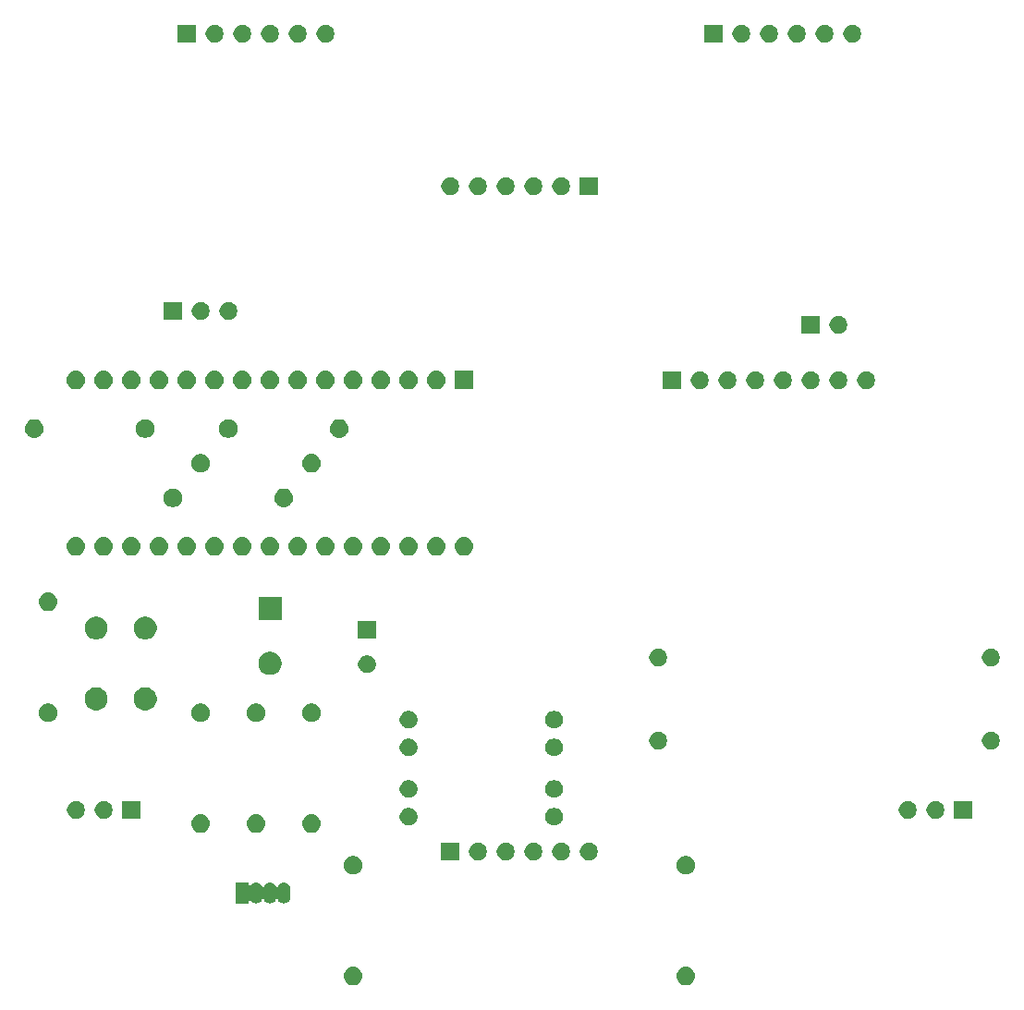
<source format=gbs>
G04 #@! TF.GenerationSoftware,KiCad,Pcbnew,(5.0.2)-1*
G04 #@! TF.CreationDate,2019-01-31T21:33:12+01:00*
G04 #@! TF.ProjectId,bigmax,6269676d-6178-42e6-9b69-6361645f7063,v1*
G04 #@! TF.SameCoordinates,Original*
G04 #@! TF.FileFunction,Soldermask,Bot*
G04 #@! TF.FilePolarity,Negative*
%FSLAX46Y46*%
G04 Gerber Fmt 4.6, Leading zero omitted, Abs format (unit mm)*
G04 Created by KiCad (PCBNEW (5.0.2)-1) date 31/01/2019 21:33:12*
%MOMM*%
%LPD*%
G01*
G04 APERTURE LIST*
%ADD10C,0.100000*%
G04 APERTURE END LIST*
D10*
G36*
X165266821Y-140131313D02*
X165266824Y-140131314D01*
X165266825Y-140131314D01*
X165427239Y-140179975D01*
X165427241Y-140179976D01*
X165427244Y-140179977D01*
X165575078Y-140258995D01*
X165704659Y-140365341D01*
X165811005Y-140494922D01*
X165890023Y-140642756D01*
X165938687Y-140803179D01*
X165955117Y-140970000D01*
X165938687Y-141136821D01*
X165890023Y-141297244D01*
X165811005Y-141445078D01*
X165704659Y-141574659D01*
X165575078Y-141681005D01*
X165427244Y-141760023D01*
X165427241Y-141760024D01*
X165427239Y-141760025D01*
X165266825Y-141808686D01*
X165266824Y-141808686D01*
X165266821Y-141808687D01*
X165141804Y-141821000D01*
X165058196Y-141821000D01*
X164933179Y-141808687D01*
X164933176Y-141808686D01*
X164933175Y-141808686D01*
X164772761Y-141760025D01*
X164772759Y-141760024D01*
X164772756Y-141760023D01*
X164624922Y-141681005D01*
X164495341Y-141574659D01*
X164388995Y-141445078D01*
X164309977Y-141297244D01*
X164261313Y-141136821D01*
X164244883Y-140970000D01*
X164261313Y-140803179D01*
X164309977Y-140642756D01*
X164388995Y-140494922D01*
X164495341Y-140365341D01*
X164624922Y-140258995D01*
X164772756Y-140179977D01*
X164772759Y-140179976D01*
X164772761Y-140179975D01*
X164933175Y-140131314D01*
X164933176Y-140131314D01*
X164933179Y-140131313D01*
X165058196Y-140119000D01*
X165141804Y-140119000D01*
X165266821Y-140131313D01*
X165266821Y-140131313D01*
G37*
G36*
X134786821Y-140131313D02*
X134786824Y-140131314D01*
X134786825Y-140131314D01*
X134947239Y-140179975D01*
X134947241Y-140179976D01*
X134947244Y-140179977D01*
X135095078Y-140258995D01*
X135224659Y-140365341D01*
X135331005Y-140494922D01*
X135410023Y-140642756D01*
X135458687Y-140803179D01*
X135475117Y-140970000D01*
X135458687Y-141136821D01*
X135410023Y-141297244D01*
X135331005Y-141445078D01*
X135224659Y-141574659D01*
X135095078Y-141681005D01*
X134947244Y-141760023D01*
X134947241Y-141760024D01*
X134947239Y-141760025D01*
X134786825Y-141808686D01*
X134786824Y-141808686D01*
X134786821Y-141808687D01*
X134661804Y-141821000D01*
X134578196Y-141821000D01*
X134453179Y-141808687D01*
X134453176Y-141808686D01*
X134453175Y-141808686D01*
X134292761Y-141760025D01*
X134292759Y-141760024D01*
X134292756Y-141760023D01*
X134144922Y-141681005D01*
X134015341Y-141574659D01*
X133908995Y-141445078D01*
X133829977Y-141297244D01*
X133781313Y-141136821D01*
X133764883Y-140970000D01*
X133781313Y-140803179D01*
X133829977Y-140642756D01*
X133908995Y-140494922D01*
X134015341Y-140365341D01*
X134144922Y-140258995D01*
X134292756Y-140179977D01*
X134292759Y-140179976D01*
X134292761Y-140179975D01*
X134453175Y-140131314D01*
X134453176Y-140131314D01*
X134453179Y-140131313D01*
X134578196Y-140119000D01*
X134661804Y-140119000D01*
X134786821Y-140131313D01*
X134786821Y-140131313D01*
G37*
G36*
X128384876Y-132407479D02*
X128495337Y-132440987D01*
X128597136Y-132495400D01*
X128597138Y-132495402D01*
X128686369Y-132568631D01*
X128701193Y-132586694D01*
X128759599Y-132657860D01*
X128814013Y-132759662D01*
X128847521Y-132870123D01*
X128856000Y-132956214D01*
X128856000Y-133743786D01*
X128847521Y-133829877D01*
X128814013Y-133940338D01*
X128759600Y-134042137D01*
X128686369Y-134131369D01*
X128597137Y-134204600D01*
X128495338Y-134259013D01*
X128384877Y-134292521D01*
X128270000Y-134303835D01*
X128155124Y-134292521D01*
X128044663Y-134259013D01*
X127942864Y-134204600D01*
X127853632Y-134131369D01*
X127780402Y-134042139D01*
X127759249Y-134002563D01*
X127745239Y-133976352D01*
X127731628Y-133955982D01*
X127714301Y-133938655D01*
X127693927Y-133925040D01*
X127671288Y-133915663D01*
X127647254Y-133910882D01*
X127622750Y-133910882D01*
X127598717Y-133915662D01*
X127576078Y-133925039D01*
X127555703Y-133938653D01*
X127538376Y-133955980D01*
X127524761Y-133976355D01*
X127489599Y-134042138D01*
X127416369Y-134131369D01*
X127327137Y-134204600D01*
X127225338Y-134259013D01*
X127114877Y-134292521D01*
X127000000Y-134303835D01*
X126885124Y-134292521D01*
X126774663Y-134259013D01*
X126672864Y-134204600D01*
X126583632Y-134131369D01*
X126510402Y-134042139D01*
X126489249Y-134002563D01*
X126475239Y-133976352D01*
X126461628Y-133955982D01*
X126444301Y-133938655D01*
X126423927Y-133925040D01*
X126401288Y-133915663D01*
X126377254Y-133910882D01*
X126352750Y-133910882D01*
X126328717Y-133915662D01*
X126306078Y-133925039D01*
X126285703Y-133938653D01*
X126268376Y-133955980D01*
X126254761Y-133976355D01*
X126219599Y-134042138D01*
X126146369Y-134131369D01*
X126057137Y-134204600D01*
X125955338Y-134259013D01*
X125844877Y-134292521D01*
X125730000Y-134303835D01*
X125615124Y-134292521D01*
X125504663Y-134259013D01*
X125402864Y-134204600D01*
X125313632Y-134131369D01*
X125267626Y-134075311D01*
X125250298Y-134057984D01*
X125229924Y-134044370D01*
X125207285Y-134034993D01*
X125183251Y-134030213D01*
X125158747Y-134030213D01*
X125134714Y-134034994D01*
X125112075Y-134044371D01*
X125091700Y-134057985D01*
X125074373Y-134075313D01*
X125060759Y-134095687D01*
X125051382Y-134118326D01*
X125046000Y-134154611D01*
X125046000Y-134301000D01*
X123874000Y-134301000D01*
X123874000Y-132399000D01*
X125046000Y-132399000D01*
X125046000Y-132545389D01*
X125048402Y-132569775D01*
X125055515Y-132593224D01*
X125067066Y-132614835D01*
X125082612Y-132633777D01*
X125101554Y-132649323D01*
X125123165Y-132660874D01*
X125146614Y-132667987D01*
X125171000Y-132670389D01*
X125195386Y-132667987D01*
X125218835Y-132660874D01*
X125240446Y-132649323D01*
X125267626Y-132624689D01*
X125275713Y-132614835D01*
X125313631Y-132568631D01*
X125331694Y-132553807D01*
X125402860Y-132495401D01*
X125504662Y-132440987D01*
X125615123Y-132407479D01*
X125730000Y-132396165D01*
X125844876Y-132407479D01*
X125955337Y-132440987D01*
X126057136Y-132495400D01*
X126057138Y-132495402D01*
X126146369Y-132568631D01*
X126161193Y-132586694D01*
X126219599Y-132657860D01*
X126254760Y-132723643D01*
X126268373Y-132744018D01*
X126285700Y-132761345D01*
X126306075Y-132774959D01*
X126328714Y-132784336D01*
X126352747Y-132789117D01*
X126377252Y-132789117D01*
X126401285Y-132784337D01*
X126423924Y-132774959D01*
X126444299Y-132761346D01*
X126461626Y-132744019D01*
X126475240Y-132723644D01*
X126510401Y-132657863D01*
X126545713Y-132614835D01*
X126583631Y-132568631D01*
X126601694Y-132553807D01*
X126672860Y-132495401D01*
X126774662Y-132440987D01*
X126885123Y-132407479D01*
X127000000Y-132396165D01*
X127114876Y-132407479D01*
X127225337Y-132440987D01*
X127327136Y-132495400D01*
X127327138Y-132495402D01*
X127416369Y-132568631D01*
X127431193Y-132586694D01*
X127489599Y-132657860D01*
X127524760Y-132723643D01*
X127538373Y-132744018D01*
X127555700Y-132761345D01*
X127576075Y-132774959D01*
X127598714Y-132784336D01*
X127622747Y-132789117D01*
X127647252Y-132789117D01*
X127671285Y-132784337D01*
X127693924Y-132774959D01*
X127714299Y-132761346D01*
X127731626Y-132744019D01*
X127745240Y-132723644D01*
X127780401Y-132657863D01*
X127815713Y-132614835D01*
X127853631Y-132568631D01*
X127871694Y-132553807D01*
X127942860Y-132495401D01*
X128044662Y-132440987D01*
X128155123Y-132407479D01*
X128270000Y-132396165D01*
X128384876Y-132407479D01*
X128384876Y-132407479D01*
G37*
G36*
X165348228Y-129991703D02*
X165503100Y-130055853D01*
X165642481Y-130148985D01*
X165761015Y-130267519D01*
X165854147Y-130406900D01*
X165918297Y-130561772D01*
X165951000Y-130726184D01*
X165951000Y-130893816D01*
X165918297Y-131058228D01*
X165854147Y-131213100D01*
X165761015Y-131352481D01*
X165642481Y-131471015D01*
X165503100Y-131564147D01*
X165348228Y-131628297D01*
X165183816Y-131661000D01*
X165016184Y-131661000D01*
X164851772Y-131628297D01*
X164696900Y-131564147D01*
X164557519Y-131471015D01*
X164438985Y-131352481D01*
X164345853Y-131213100D01*
X164281703Y-131058228D01*
X164249000Y-130893816D01*
X164249000Y-130726184D01*
X164281703Y-130561772D01*
X164345853Y-130406900D01*
X164438985Y-130267519D01*
X164557519Y-130148985D01*
X164696900Y-130055853D01*
X164851772Y-129991703D01*
X165016184Y-129959000D01*
X165183816Y-129959000D01*
X165348228Y-129991703D01*
X165348228Y-129991703D01*
G37*
G36*
X134868228Y-129991703D02*
X135023100Y-130055853D01*
X135162481Y-130148985D01*
X135281015Y-130267519D01*
X135374147Y-130406900D01*
X135438297Y-130561772D01*
X135471000Y-130726184D01*
X135471000Y-130893816D01*
X135438297Y-131058228D01*
X135374147Y-131213100D01*
X135281015Y-131352481D01*
X135162481Y-131471015D01*
X135023100Y-131564147D01*
X134868228Y-131628297D01*
X134703816Y-131661000D01*
X134536184Y-131661000D01*
X134371772Y-131628297D01*
X134216900Y-131564147D01*
X134077519Y-131471015D01*
X133958985Y-131352481D01*
X133865853Y-131213100D01*
X133801703Y-131058228D01*
X133769000Y-130893816D01*
X133769000Y-130726184D01*
X133801703Y-130561772D01*
X133865853Y-130406900D01*
X133958985Y-130267519D01*
X134077519Y-130148985D01*
X134216900Y-130055853D01*
X134371772Y-129991703D01*
X134536184Y-129959000D01*
X134703816Y-129959000D01*
X134868228Y-129991703D01*
X134868228Y-129991703D01*
G37*
G36*
X153907142Y-128758242D02*
X154055102Y-128819530D01*
X154188258Y-128908502D01*
X154301498Y-129021742D01*
X154390470Y-129154898D01*
X154451758Y-129302858D01*
X154483000Y-129459925D01*
X154483000Y-129620075D01*
X154451758Y-129777142D01*
X154404354Y-129891583D01*
X154390471Y-129925100D01*
X154303105Y-130055854D01*
X154301498Y-130058258D01*
X154188258Y-130171498D01*
X154055102Y-130260470D01*
X154055101Y-130260471D01*
X154055100Y-130260471D01*
X154021583Y-130274354D01*
X153907142Y-130321758D01*
X153750075Y-130353000D01*
X153589925Y-130353000D01*
X153432858Y-130321758D01*
X153318417Y-130274354D01*
X153284900Y-130260471D01*
X153284899Y-130260471D01*
X153284898Y-130260470D01*
X153151742Y-130171498D01*
X153038502Y-130058258D01*
X153036896Y-130055854D01*
X152949529Y-129925100D01*
X152935646Y-129891583D01*
X152888242Y-129777142D01*
X152857000Y-129620075D01*
X152857000Y-129459925D01*
X152888242Y-129302858D01*
X152949530Y-129154898D01*
X153038502Y-129021742D01*
X153151742Y-128908502D01*
X153284898Y-128819530D01*
X153432858Y-128758242D01*
X153589925Y-128727000D01*
X153750075Y-128727000D01*
X153907142Y-128758242D01*
X153907142Y-128758242D01*
G37*
G36*
X156447142Y-128758242D02*
X156595102Y-128819530D01*
X156728258Y-128908502D01*
X156841498Y-129021742D01*
X156930470Y-129154898D01*
X156991758Y-129302858D01*
X157023000Y-129459925D01*
X157023000Y-129620075D01*
X156991758Y-129777142D01*
X156944354Y-129891583D01*
X156930471Y-129925100D01*
X156843105Y-130055854D01*
X156841498Y-130058258D01*
X156728258Y-130171498D01*
X156595102Y-130260470D01*
X156595101Y-130260471D01*
X156595100Y-130260471D01*
X156561583Y-130274354D01*
X156447142Y-130321758D01*
X156290075Y-130353000D01*
X156129925Y-130353000D01*
X155972858Y-130321758D01*
X155858417Y-130274354D01*
X155824900Y-130260471D01*
X155824899Y-130260471D01*
X155824898Y-130260470D01*
X155691742Y-130171498D01*
X155578502Y-130058258D01*
X155576896Y-130055854D01*
X155489529Y-129925100D01*
X155475646Y-129891583D01*
X155428242Y-129777142D01*
X155397000Y-129620075D01*
X155397000Y-129459925D01*
X155428242Y-129302858D01*
X155489530Y-129154898D01*
X155578502Y-129021742D01*
X155691742Y-128908502D01*
X155824898Y-128819530D01*
X155972858Y-128758242D01*
X156129925Y-128727000D01*
X156290075Y-128727000D01*
X156447142Y-128758242D01*
X156447142Y-128758242D01*
G37*
G36*
X148827142Y-128758242D02*
X148975102Y-128819530D01*
X149108258Y-128908502D01*
X149221498Y-129021742D01*
X149310470Y-129154898D01*
X149371758Y-129302858D01*
X149403000Y-129459925D01*
X149403000Y-129620075D01*
X149371758Y-129777142D01*
X149324354Y-129891583D01*
X149310471Y-129925100D01*
X149223105Y-130055854D01*
X149221498Y-130058258D01*
X149108258Y-130171498D01*
X148975102Y-130260470D01*
X148975101Y-130260471D01*
X148975100Y-130260471D01*
X148941583Y-130274354D01*
X148827142Y-130321758D01*
X148670075Y-130353000D01*
X148509925Y-130353000D01*
X148352858Y-130321758D01*
X148238417Y-130274354D01*
X148204900Y-130260471D01*
X148204899Y-130260471D01*
X148204898Y-130260470D01*
X148071742Y-130171498D01*
X147958502Y-130058258D01*
X147956896Y-130055854D01*
X147869529Y-129925100D01*
X147855646Y-129891583D01*
X147808242Y-129777142D01*
X147777000Y-129620075D01*
X147777000Y-129459925D01*
X147808242Y-129302858D01*
X147869530Y-129154898D01*
X147958502Y-129021742D01*
X148071742Y-128908502D01*
X148204898Y-128819530D01*
X148352858Y-128758242D01*
X148509925Y-128727000D01*
X148670075Y-128727000D01*
X148827142Y-128758242D01*
X148827142Y-128758242D01*
G37*
G36*
X146287142Y-128758242D02*
X146435102Y-128819530D01*
X146568258Y-128908502D01*
X146681498Y-129021742D01*
X146770470Y-129154898D01*
X146831758Y-129302858D01*
X146863000Y-129459925D01*
X146863000Y-129620075D01*
X146831758Y-129777142D01*
X146784354Y-129891583D01*
X146770471Y-129925100D01*
X146683105Y-130055854D01*
X146681498Y-130058258D01*
X146568258Y-130171498D01*
X146435102Y-130260470D01*
X146435101Y-130260471D01*
X146435100Y-130260471D01*
X146401583Y-130274354D01*
X146287142Y-130321758D01*
X146130075Y-130353000D01*
X145969925Y-130353000D01*
X145812858Y-130321758D01*
X145698417Y-130274354D01*
X145664900Y-130260471D01*
X145664899Y-130260471D01*
X145664898Y-130260470D01*
X145531742Y-130171498D01*
X145418502Y-130058258D01*
X145416896Y-130055854D01*
X145329529Y-129925100D01*
X145315646Y-129891583D01*
X145268242Y-129777142D01*
X145237000Y-129620075D01*
X145237000Y-129459925D01*
X145268242Y-129302858D01*
X145329530Y-129154898D01*
X145418502Y-129021742D01*
X145531742Y-128908502D01*
X145664898Y-128819530D01*
X145812858Y-128758242D01*
X145969925Y-128727000D01*
X146130075Y-128727000D01*
X146287142Y-128758242D01*
X146287142Y-128758242D01*
G37*
G36*
X144323000Y-130353000D02*
X142697000Y-130353000D01*
X142697000Y-128727000D01*
X144323000Y-128727000D01*
X144323000Y-130353000D01*
X144323000Y-130353000D01*
G37*
G36*
X151367142Y-128758242D02*
X151515102Y-128819530D01*
X151648258Y-128908502D01*
X151761498Y-129021742D01*
X151850470Y-129154898D01*
X151911758Y-129302858D01*
X151943000Y-129459925D01*
X151943000Y-129620075D01*
X151911758Y-129777142D01*
X151864354Y-129891583D01*
X151850471Y-129925100D01*
X151763105Y-130055854D01*
X151761498Y-130058258D01*
X151648258Y-130171498D01*
X151515102Y-130260470D01*
X151515101Y-130260471D01*
X151515100Y-130260471D01*
X151481583Y-130274354D01*
X151367142Y-130321758D01*
X151210075Y-130353000D01*
X151049925Y-130353000D01*
X150892858Y-130321758D01*
X150778417Y-130274354D01*
X150744900Y-130260471D01*
X150744899Y-130260471D01*
X150744898Y-130260470D01*
X150611742Y-130171498D01*
X150498502Y-130058258D01*
X150496896Y-130055854D01*
X150409529Y-129925100D01*
X150395646Y-129891583D01*
X150348242Y-129777142D01*
X150317000Y-129620075D01*
X150317000Y-129459925D01*
X150348242Y-129302858D01*
X150409530Y-129154898D01*
X150498502Y-129021742D01*
X150611742Y-128908502D01*
X150744898Y-128819530D01*
X150892858Y-128758242D01*
X151049925Y-128727000D01*
X151210075Y-128727000D01*
X151367142Y-128758242D01*
X151367142Y-128758242D01*
G37*
G36*
X125896821Y-126161313D02*
X125896824Y-126161314D01*
X125896825Y-126161314D01*
X126057239Y-126209975D01*
X126057241Y-126209976D01*
X126057244Y-126209977D01*
X126205078Y-126288995D01*
X126334659Y-126395341D01*
X126441005Y-126524922D01*
X126520023Y-126672756D01*
X126520024Y-126672759D01*
X126520025Y-126672761D01*
X126543486Y-126750102D01*
X126568687Y-126833179D01*
X126585117Y-127000000D01*
X126568687Y-127166821D01*
X126520023Y-127327244D01*
X126441005Y-127475078D01*
X126334659Y-127604659D01*
X126205078Y-127711005D01*
X126057244Y-127790023D01*
X126057241Y-127790024D01*
X126057239Y-127790025D01*
X125896825Y-127838686D01*
X125896824Y-127838686D01*
X125896821Y-127838687D01*
X125771804Y-127851000D01*
X125688196Y-127851000D01*
X125563179Y-127838687D01*
X125563176Y-127838686D01*
X125563175Y-127838686D01*
X125402761Y-127790025D01*
X125402759Y-127790024D01*
X125402756Y-127790023D01*
X125254922Y-127711005D01*
X125125341Y-127604659D01*
X125018995Y-127475078D01*
X124939977Y-127327244D01*
X124891313Y-127166821D01*
X124874883Y-127000000D01*
X124891313Y-126833179D01*
X124916514Y-126750102D01*
X124939975Y-126672761D01*
X124939976Y-126672759D01*
X124939977Y-126672756D01*
X125018995Y-126524922D01*
X125125341Y-126395341D01*
X125254922Y-126288995D01*
X125402756Y-126209977D01*
X125402759Y-126209976D01*
X125402761Y-126209975D01*
X125563175Y-126161314D01*
X125563176Y-126161314D01*
X125563179Y-126161313D01*
X125688196Y-126149000D01*
X125771804Y-126149000D01*
X125896821Y-126161313D01*
X125896821Y-126161313D01*
G37*
G36*
X130976821Y-126161313D02*
X130976824Y-126161314D01*
X130976825Y-126161314D01*
X131137239Y-126209975D01*
X131137241Y-126209976D01*
X131137244Y-126209977D01*
X131285078Y-126288995D01*
X131414659Y-126395341D01*
X131521005Y-126524922D01*
X131600023Y-126672756D01*
X131600024Y-126672759D01*
X131600025Y-126672761D01*
X131623486Y-126750102D01*
X131648687Y-126833179D01*
X131665117Y-127000000D01*
X131648687Y-127166821D01*
X131600023Y-127327244D01*
X131521005Y-127475078D01*
X131414659Y-127604659D01*
X131285078Y-127711005D01*
X131137244Y-127790023D01*
X131137241Y-127790024D01*
X131137239Y-127790025D01*
X130976825Y-127838686D01*
X130976824Y-127838686D01*
X130976821Y-127838687D01*
X130851804Y-127851000D01*
X130768196Y-127851000D01*
X130643179Y-127838687D01*
X130643176Y-127838686D01*
X130643175Y-127838686D01*
X130482761Y-127790025D01*
X130482759Y-127790024D01*
X130482756Y-127790023D01*
X130334922Y-127711005D01*
X130205341Y-127604659D01*
X130098995Y-127475078D01*
X130019977Y-127327244D01*
X129971313Y-127166821D01*
X129954883Y-127000000D01*
X129971313Y-126833179D01*
X129996514Y-126750102D01*
X130019975Y-126672761D01*
X130019976Y-126672759D01*
X130019977Y-126672756D01*
X130098995Y-126524922D01*
X130205341Y-126395341D01*
X130334922Y-126288995D01*
X130482756Y-126209977D01*
X130482759Y-126209976D01*
X130482761Y-126209975D01*
X130643175Y-126161314D01*
X130643176Y-126161314D01*
X130643179Y-126161313D01*
X130768196Y-126149000D01*
X130851804Y-126149000D01*
X130976821Y-126161313D01*
X130976821Y-126161313D01*
G37*
G36*
X120816821Y-126161313D02*
X120816824Y-126161314D01*
X120816825Y-126161314D01*
X120977239Y-126209975D01*
X120977241Y-126209976D01*
X120977244Y-126209977D01*
X121125078Y-126288995D01*
X121254659Y-126395341D01*
X121361005Y-126524922D01*
X121440023Y-126672756D01*
X121440024Y-126672759D01*
X121440025Y-126672761D01*
X121463486Y-126750102D01*
X121488687Y-126833179D01*
X121505117Y-127000000D01*
X121488687Y-127166821D01*
X121440023Y-127327244D01*
X121361005Y-127475078D01*
X121254659Y-127604659D01*
X121125078Y-127711005D01*
X120977244Y-127790023D01*
X120977241Y-127790024D01*
X120977239Y-127790025D01*
X120816825Y-127838686D01*
X120816824Y-127838686D01*
X120816821Y-127838687D01*
X120691804Y-127851000D01*
X120608196Y-127851000D01*
X120483179Y-127838687D01*
X120483176Y-127838686D01*
X120483175Y-127838686D01*
X120322761Y-127790025D01*
X120322759Y-127790024D01*
X120322756Y-127790023D01*
X120174922Y-127711005D01*
X120045341Y-127604659D01*
X119938995Y-127475078D01*
X119859977Y-127327244D01*
X119811313Y-127166821D01*
X119794883Y-127000000D01*
X119811313Y-126833179D01*
X119836514Y-126750102D01*
X119859975Y-126672761D01*
X119859976Y-126672759D01*
X119859977Y-126672756D01*
X119938995Y-126524922D01*
X120045341Y-126395341D01*
X120174922Y-126288995D01*
X120322756Y-126209977D01*
X120322759Y-126209976D01*
X120322761Y-126209975D01*
X120483175Y-126161314D01*
X120483176Y-126161314D01*
X120483179Y-126161313D01*
X120608196Y-126149000D01*
X120691804Y-126149000D01*
X120816821Y-126161313D01*
X120816821Y-126161313D01*
G37*
G36*
X139937142Y-125583242D02*
X140085102Y-125644530D01*
X140218258Y-125733502D01*
X140331498Y-125846742D01*
X140420470Y-125979898D01*
X140481758Y-126127858D01*
X140513000Y-126284925D01*
X140513000Y-126445075D01*
X140481758Y-126602142D01*
X140420470Y-126750102D01*
X140331498Y-126883258D01*
X140218258Y-126996498D01*
X140085102Y-127085470D01*
X139937142Y-127146758D01*
X139780075Y-127178000D01*
X139619925Y-127178000D01*
X139462858Y-127146758D01*
X139314898Y-127085470D01*
X139181742Y-126996498D01*
X139068502Y-126883258D01*
X138979530Y-126750102D01*
X138918242Y-126602142D01*
X138887000Y-126445075D01*
X138887000Y-126284925D01*
X138918242Y-126127858D01*
X138979530Y-125979898D01*
X139068502Y-125846742D01*
X139181742Y-125733502D01*
X139314898Y-125644530D01*
X139462858Y-125583242D01*
X139619925Y-125552000D01*
X139780075Y-125552000D01*
X139937142Y-125583242D01*
X139937142Y-125583242D01*
G37*
G36*
X153272142Y-125583242D02*
X153420102Y-125644530D01*
X153553258Y-125733502D01*
X153666498Y-125846742D01*
X153755470Y-125979898D01*
X153816758Y-126127858D01*
X153848000Y-126284925D01*
X153848000Y-126445075D01*
X153816758Y-126602142D01*
X153755470Y-126750102D01*
X153666498Y-126883258D01*
X153553258Y-126996498D01*
X153420102Y-127085470D01*
X153272142Y-127146758D01*
X153115075Y-127178000D01*
X152954925Y-127178000D01*
X152797858Y-127146758D01*
X152649898Y-127085470D01*
X152516742Y-126996498D01*
X152403502Y-126883258D01*
X152314530Y-126750102D01*
X152253242Y-126602142D01*
X152222000Y-126445075D01*
X152222000Y-126284925D01*
X152253242Y-126127858D01*
X152314530Y-125979898D01*
X152403502Y-125846742D01*
X152516742Y-125733502D01*
X152649898Y-125644530D01*
X152797858Y-125583242D01*
X152954925Y-125552000D01*
X153115075Y-125552000D01*
X153272142Y-125583242D01*
X153272142Y-125583242D01*
G37*
G36*
X115113000Y-126543000D02*
X113487000Y-126543000D01*
X113487000Y-124917000D01*
X115113000Y-124917000D01*
X115113000Y-126543000D01*
X115113000Y-126543000D01*
G37*
G36*
X185657142Y-124948242D02*
X185805102Y-125009530D01*
X185938258Y-125098502D01*
X186051498Y-125211742D01*
X186140470Y-125344898D01*
X186201758Y-125492858D01*
X186233000Y-125649925D01*
X186233000Y-125810075D01*
X186201758Y-125967142D01*
X186140470Y-126115102D01*
X186051498Y-126248258D01*
X185938258Y-126361498D01*
X185805102Y-126450470D01*
X185657142Y-126511758D01*
X185500075Y-126543000D01*
X185339925Y-126543000D01*
X185182858Y-126511758D01*
X185034898Y-126450470D01*
X184901742Y-126361498D01*
X184788502Y-126248258D01*
X184699530Y-126115102D01*
X184638242Y-125967142D01*
X184607000Y-125810075D01*
X184607000Y-125649925D01*
X184638242Y-125492858D01*
X184699530Y-125344898D01*
X184788502Y-125211742D01*
X184901742Y-125098502D01*
X185034898Y-125009530D01*
X185182858Y-124948242D01*
X185339925Y-124917000D01*
X185500075Y-124917000D01*
X185657142Y-124948242D01*
X185657142Y-124948242D01*
G37*
G36*
X188197142Y-124948242D02*
X188345102Y-125009530D01*
X188478258Y-125098502D01*
X188591498Y-125211742D01*
X188680470Y-125344898D01*
X188741758Y-125492858D01*
X188773000Y-125649925D01*
X188773000Y-125810075D01*
X188741758Y-125967142D01*
X188680470Y-126115102D01*
X188591498Y-126248258D01*
X188478258Y-126361498D01*
X188345102Y-126450470D01*
X188197142Y-126511758D01*
X188040075Y-126543000D01*
X187879925Y-126543000D01*
X187722858Y-126511758D01*
X187574898Y-126450470D01*
X187441742Y-126361498D01*
X187328502Y-126248258D01*
X187239530Y-126115102D01*
X187178242Y-125967142D01*
X187147000Y-125810075D01*
X187147000Y-125649925D01*
X187178242Y-125492858D01*
X187239530Y-125344898D01*
X187328502Y-125211742D01*
X187441742Y-125098502D01*
X187574898Y-125009530D01*
X187722858Y-124948242D01*
X187879925Y-124917000D01*
X188040075Y-124917000D01*
X188197142Y-124948242D01*
X188197142Y-124948242D01*
G37*
G36*
X191313000Y-126543000D02*
X189687000Y-126543000D01*
X189687000Y-124917000D01*
X191313000Y-124917000D01*
X191313000Y-126543000D01*
X191313000Y-126543000D01*
G37*
G36*
X109457142Y-124948242D02*
X109605102Y-125009530D01*
X109738258Y-125098502D01*
X109851498Y-125211742D01*
X109940470Y-125344898D01*
X110001758Y-125492858D01*
X110033000Y-125649925D01*
X110033000Y-125810075D01*
X110001758Y-125967142D01*
X109940470Y-126115102D01*
X109851498Y-126248258D01*
X109738258Y-126361498D01*
X109605102Y-126450470D01*
X109457142Y-126511758D01*
X109300075Y-126543000D01*
X109139925Y-126543000D01*
X108982858Y-126511758D01*
X108834898Y-126450470D01*
X108701742Y-126361498D01*
X108588502Y-126248258D01*
X108499530Y-126115102D01*
X108438242Y-125967142D01*
X108407000Y-125810075D01*
X108407000Y-125649925D01*
X108438242Y-125492858D01*
X108499530Y-125344898D01*
X108588502Y-125211742D01*
X108701742Y-125098502D01*
X108834898Y-125009530D01*
X108982858Y-124948242D01*
X109139925Y-124917000D01*
X109300075Y-124917000D01*
X109457142Y-124948242D01*
X109457142Y-124948242D01*
G37*
G36*
X111997142Y-124948242D02*
X112145102Y-125009530D01*
X112278258Y-125098502D01*
X112391498Y-125211742D01*
X112480470Y-125344898D01*
X112541758Y-125492858D01*
X112573000Y-125649925D01*
X112573000Y-125810075D01*
X112541758Y-125967142D01*
X112480470Y-126115102D01*
X112391498Y-126248258D01*
X112278258Y-126361498D01*
X112145102Y-126450470D01*
X111997142Y-126511758D01*
X111840075Y-126543000D01*
X111679925Y-126543000D01*
X111522858Y-126511758D01*
X111374898Y-126450470D01*
X111241742Y-126361498D01*
X111128502Y-126248258D01*
X111039530Y-126115102D01*
X110978242Y-125967142D01*
X110947000Y-125810075D01*
X110947000Y-125649925D01*
X110978242Y-125492858D01*
X111039530Y-125344898D01*
X111128502Y-125211742D01*
X111241742Y-125098502D01*
X111374898Y-125009530D01*
X111522858Y-124948242D01*
X111679925Y-124917000D01*
X111840075Y-124917000D01*
X111997142Y-124948242D01*
X111997142Y-124948242D01*
G37*
G36*
X153272142Y-123043242D02*
X153420102Y-123104530D01*
X153553258Y-123193502D01*
X153666498Y-123306742D01*
X153755470Y-123439898D01*
X153816758Y-123587858D01*
X153848000Y-123744925D01*
X153848000Y-123905075D01*
X153816758Y-124062142D01*
X153755470Y-124210102D01*
X153666498Y-124343258D01*
X153553258Y-124456498D01*
X153420102Y-124545470D01*
X153272142Y-124606758D01*
X153115075Y-124638000D01*
X152954925Y-124638000D01*
X152797858Y-124606758D01*
X152649898Y-124545470D01*
X152516742Y-124456498D01*
X152403502Y-124343258D01*
X152314530Y-124210102D01*
X152253242Y-124062142D01*
X152222000Y-123905075D01*
X152222000Y-123744925D01*
X152253242Y-123587858D01*
X152314530Y-123439898D01*
X152403502Y-123306742D01*
X152516742Y-123193502D01*
X152649898Y-123104530D01*
X152797858Y-123043242D01*
X152954925Y-123012000D01*
X153115075Y-123012000D01*
X153272142Y-123043242D01*
X153272142Y-123043242D01*
G37*
G36*
X139937142Y-123043242D02*
X140085102Y-123104530D01*
X140218258Y-123193502D01*
X140331498Y-123306742D01*
X140420470Y-123439898D01*
X140481758Y-123587858D01*
X140513000Y-123744925D01*
X140513000Y-123905075D01*
X140481758Y-124062142D01*
X140420470Y-124210102D01*
X140331498Y-124343258D01*
X140218258Y-124456498D01*
X140085102Y-124545470D01*
X139937142Y-124606758D01*
X139780075Y-124638000D01*
X139619925Y-124638000D01*
X139462858Y-124606758D01*
X139314898Y-124545470D01*
X139181742Y-124456498D01*
X139068502Y-124343258D01*
X138979530Y-124210102D01*
X138918242Y-124062142D01*
X138887000Y-123905075D01*
X138887000Y-123744925D01*
X138918242Y-123587858D01*
X138979530Y-123439898D01*
X139068502Y-123306742D01*
X139181742Y-123193502D01*
X139314898Y-123104530D01*
X139462858Y-123043242D01*
X139619925Y-123012000D01*
X139780075Y-123012000D01*
X139937142Y-123043242D01*
X139937142Y-123043242D01*
G37*
G36*
X139937142Y-119233242D02*
X140085102Y-119294530D01*
X140218258Y-119383502D01*
X140331498Y-119496742D01*
X140420470Y-119629898D01*
X140481758Y-119777858D01*
X140513000Y-119934925D01*
X140513000Y-120095075D01*
X140481758Y-120252142D01*
X140420470Y-120400102D01*
X140331498Y-120533258D01*
X140218258Y-120646498D01*
X140085102Y-120735470D01*
X139937142Y-120796758D01*
X139780075Y-120828000D01*
X139619925Y-120828000D01*
X139462858Y-120796758D01*
X139314898Y-120735470D01*
X139181742Y-120646498D01*
X139068502Y-120533258D01*
X138979530Y-120400102D01*
X138918242Y-120252142D01*
X138887000Y-120095075D01*
X138887000Y-119934925D01*
X138918242Y-119777858D01*
X138979530Y-119629898D01*
X139068502Y-119496742D01*
X139181742Y-119383502D01*
X139314898Y-119294530D01*
X139462858Y-119233242D01*
X139619925Y-119202000D01*
X139780075Y-119202000D01*
X139937142Y-119233242D01*
X139937142Y-119233242D01*
G37*
G36*
X153272142Y-119233242D02*
X153420102Y-119294530D01*
X153553258Y-119383502D01*
X153666498Y-119496742D01*
X153755470Y-119629898D01*
X153816758Y-119777858D01*
X153848000Y-119934925D01*
X153848000Y-120095075D01*
X153816758Y-120252142D01*
X153755470Y-120400102D01*
X153666498Y-120533258D01*
X153553258Y-120646498D01*
X153420102Y-120735470D01*
X153272142Y-120796758D01*
X153115075Y-120828000D01*
X152954925Y-120828000D01*
X152797858Y-120796758D01*
X152649898Y-120735470D01*
X152516742Y-120646498D01*
X152403502Y-120533258D01*
X152314530Y-120400102D01*
X152253242Y-120252142D01*
X152222000Y-120095075D01*
X152222000Y-119934925D01*
X152253242Y-119777858D01*
X152314530Y-119629898D01*
X152403502Y-119496742D01*
X152516742Y-119383502D01*
X152649898Y-119294530D01*
X152797858Y-119233242D01*
X152954925Y-119202000D01*
X153115075Y-119202000D01*
X153272142Y-119233242D01*
X153272142Y-119233242D01*
G37*
G36*
X162797142Y-118598242D02*
X162945102Y-118659530D01*
X163078258Y-118748502D01*
X163191498Y-118861742D01*
X163280470Y-118994898D01*
X163341758Y-119142858D01*
X163373000Y-119299925D01*
X163373000Y-119460075D01*
X163341758Y-119617142D01*
X163280470Y-119765102D01*
X163191498Y-119898258D01*
X163078258Y-120011498D01*
X162945102Y-120100470D01*
X162797142Y-120161758D01*
X162640075Y-120193000D01*
X162479925Y-120193000D01*
X162322858Y-120161758D01*
X162174898Y-120100470D01*
X162041742Y-120011498D01*
X161928502Y-119898258D01*
X161839530Y-119765102D01*
X161778242Y-119617142D01*
X161747000Y-119460075D01*
X161747000Y-119299925D01*
X161778242Y-119142858D01*
X161839530Y-118994898D01*
X161928502Y-118861742D01*
X162041742Y-118748502D01*
X162174898Y-118659530D01*
X162322858Y-118598242D01*
X162479925Y-118567000D01*
X162640075Y-118567000D01*
X162797142Y-118598242D01*
X162797142Y-118598242D01*
G37*
G36*
X193277142Y-118598242D02*
X193425102Y-118659530D01*
X193558258Y-118748502D01*
X193671498Y-118861742D01*
X193760470Y-118994898D01*
X193821758Y-119142858D01*
X193853000Y-119299925D01*
X193853000Y-119460075D01*
X193821758Y-119617142D01*
X193760470Y-119765102D01*
X193671498Y-119898258D01*
X193558258Y-120011498D01*
X193425102Y-120100470D01*
X193277142Y-120161758D01*
X193120075Y-120193000D01*
X192959925Y-120193000D01*
X192802858Y-120161758D01*
X192654898Y-120100470D01*
X192521742Y-120011498D01*
X192408502Y-119898258D01*
X192319530Y-119765102D01*
X192258242Y-119617142D01*
X192227000Y-119460075D01*
X192227000Y-119299925D01*
X192258242Y-119142858D01*
X192319530Y-118994898D01*
X192408502Y-118861742D01*
X192521742Y-118748502D01*
X192654898Y-118659530D01*
X192802858Y-118598242D01*
X192959925Y-118567000D01*
X193120075Y-118567000D01*
X193277142Y-118598242D01*
X193277142Y-118598242D01*
G37*
G36*
X139937142Y-116693242D02*
X140085102Y-116754530D01*
X140218258Y-116843502D01*
X140331498Y-116956742D01*
X140420470Y-117089898D01*
X140481758Y-117237858D01*
X140513000Y-117394925D01*
X140513000Y-117555075D01*
X140481758Y-117712142D01*
X140420470Y-117860102D01*
X140331498Y-117993258D01*
X140218258Y-118106498D01*
X140085102Y-118195470D01*
X139937142Y-118256758D01*
X139780075Y-118288000D01*
X139619925Y-118288000D01*
X139462858Y-118256758D01*
X139314898Y-118195470D01*
X139181742Y-118106498D01*
X139068502Y-117993258D01*
X138979530Y-117860102D01*
X138918242Y-117712142D01*
X138887000Y-117555075D01*
X138887000Y-117394925D01*
X138918242Y-117237858D01*
X138979530Y-117089898D01*
X139068502Y-116956742D01*
X139181742Y-116843502D01*
X139314898Y-116754530D01*
X139462858Y-116693242D01*
X139619925Y-116662000D01*
X139780075Y-116662000D01*
X139937142Y-116693242D01*
X139937142Y-116693242D01*
G37*
G36*
X153272142Y-116693242D02*
X153420102Y-116754530D01*
X153553258Y-116843502D01*
X153666498Y-116956742D01*
X153755470Y-117089898D01*
X153816758Y-117237858D01*
X153848000Y-117394925D01*
X153848000Y-117555075D01*
X153816758Y-117712142D01*
X153755470Y-117860102D01*
X153666498Y-117993258D01*
X153553258Y-118106498D01*
X153420102Y-118195470D01*
X153272142Y-118256758D01*
X153115075Y-118288000D01*
X152954925Y-118288000D01*
X152797858Y-118256758D01*
X152649898Y-118195470D01*
X152516742Y-118106498D01*
X152403502Y-117993258D01*
X152314530Y-117860102D01*
X152253242Y-117712142D01*
X152222000Y-117555075D01*
X152222000Y-117394925D01*
X152253242Y-117237858D01*
X152314530Y-117089898D01*
X152403502Y-116956742D01*
X152516742Y-116843502D01*
X152649898Y-116754530D01*
X152797858Y-116693242D01*
X152954925Y-116662000D01*
X153115075Y-116662000D01*
X153272142Y-116693242D01*
X153272142Y-116693242D01*
G37*
G36*
X131058228Y-116021703D02*
X131213100Y-116085853D01*
X131352481Y-116178985D01*
X131471015Y-116297519D01*
X131564147Y-116436900D01*
X131628297Y-116591772D01*
X131661000Y-116756184D01*
X131661000Y-116923816D01*
X131628297Y-117088228D01*
X131564147Y-117243100D01*
X131471015Y-117382481D01*
X131352481Y-117501015D01*
X131213100Y-117594147D01*
X131058228Y-117658297D01*
X130893816Y-117691000D01*
X130726184Y-117691000D01*
X130561772Y-117658297D01*
X130406900Y-117594147D01*
X130267519Y-117501015D01*
X130148985Y-117382481D01*
X130055853Y-117243100D01*
X129991703Y-117088228D01*
X129959000Y-116923816D01*
X129959000Y-116756184D01*
X129991703Y-116591772D01*
X130055853Y-116436900D01*
X130148985Y-116297519D01*
X130267519Y-116178985D01*
X130406900Y-116085853D01*
X130561772Y-116021703D01*
X130726184Y-115989000D01*
X130893816Y-115989000D01*
X131058228Y-116021703D01*
X131058228Y-116021703D01*
G37*
G36*
X125978228Y-116021703D02*
X126133100Y-116085853D01*
X126272481Y-116178985D01*
X126391015Y-116297519D01*
X126484147Y-116436900D01*
X126548297Y-116591772D01*
X126581000Y-116756184D01*
X126581000Y-116923816D01*
X126548297Y-117088228D01*
X126484147Y-117243100D01*
X126391015Y-117382481D01*
X126272481Y-117501015D01*
X126133100Y-117594147D01*
X125978228Y-117658297D01*
X125813816Y-117691000D01*
X125646184Y-117691000D01*
X125481772Y-117658297D01*
X125326900Y-117594147D01*
X125187519Y-117501015D01*
X125068985Y-117382481D01*
X124975853Y-117243100D01*
X124911703Y-117088228D01*
X124879000Y-116923816D01*
X124879000Y-116756184D01*
X124911703Y-116591772D01*
X124975853Y-116436900D01*
X125068985Y-116297519D01*
X125187519Y-116178985D01*
X125326900Y-116085853D01*
X125481772Y-116021703D01*
X125646184Y-115989000D01*
X125813816Y-115989000D01*
X125978228Y-116021703D01*
X125978228Y-116021703D01*
G37*
G36*
X120898228Y-116021703D02*
X121053100Y-116085853D01*
X121192481Y-116178985D01*
X121311015Y-116297519D01*
X121404147Y-116436900D01*
X121468297Y-116591772D01*
X121501000Y-116756184D01*
X121501000Y-116923816D01*
X121468297Y-117088228D01*
X121404147Y-117243100D01*
X121311015Y-117382481D01*
X121192481Y-117501015D01*
X121053100Y-117594147D01*
X120898228Y-117658297D01*
X120733816Y-117691000D01*
X120566184Y-117691000D01*
X120401772Y-117658297D01*
X120246900Y-117594147D01*
X120107519Y-117501015D01*
X119988985Y-117382481D01*
X119895853Y-117243100D01*
X119831703Y-117088228D01*
X119799000Y-116923816D01*
X119799000Y-116756184D01*
X119831703Y-116591772D01*
X119895853Y-116436900D01*
X119988985Y-116297519D01*
X120107519Y-116178985D01*
X120246900Y-116085853D01*
X120401772Y-116021703D01*
X120566184Y-115989000D01*
X120733816Y-115989000D01*
X120898228Y-116021703D01*
X120898228Y-116021703D01*
G37*
G36*
X106928228Y-116021703D02*
X107083100Y-116085853D01*
X107222481Y-116178985D01*
X107341015Y-116297519D01*
X107434147Y-116436900D01*
X107498297Y-116591772D01*
X107531000Y-116756184D01*
X107531000Y-116923816D01*
X107498297Y-117088228D01*
X107434147Y-117243100D01*
X107341015Y-117382481D01*
X107222481Y-117501015D01*
X107083100Y-117594147D01*
X106928228Y-117658297D01*
X106763816Y-117691000D01*
X106596184Y-117691000D01*
X106431772Y-117658297D01*
X106276900Y-117594147D01*
X106137519Y-117501015D01*
X106018985Y-117382481D01*
X105925853Y-117243100D01*
X105861703Y-117088228D01*
X105829000Y-116923816D01*
X105829000Y-116756184D01*
X105861703Y-116591772D01*
X105925853Y-116436900D01*
X106018985Y-116297519D01*
X106137519Y-116178985D01*
X106276900Y-116085853D01*
X106431772Y-116021703D01*
X106596184Y-115989000D01*
X106763816Y-115989000D01*
X106928228Y-116021703D01*
X106928228Y-116021703D01*
G37*
G36*
X115876565Y-114559389D02*
X116067834Y-114638615D01*
X116239976Y-114753637D01*
X116386363Y-114900024D01*
X116501385Y-115072166D01*
X116580611Y-115263435D01*
X116621000Y-115466484D01*
X116621000Y-115673516D01*
X116580611Y-115876565D01*
X116501385Y-116067834D01*
X116386363Y-116239976D01*
X116239976Y-116386363D01*
X116067834Y-116501385D01*
X115876565Y-116580611D01*
X115673516Y-116621000D01*
X115466484Y-116621000D01*
X115263435Y-116580611D01*
X115072166Y-116501385D01*
X114900024Y-116386363D01*
X114753637Y-116239976D01*
X114638615Y-116067834D01*
X114559389Y-115876565D01*
X114519000Y-115673516D01*
X114519000Y-115466484D01*
X114559389Y-115263435D01*
X114638615Y-115072166D01*
X114753637Y-114900024D01*
X114900024Y-114753637D01*
X115072166Y-114638615D01*
X115263435Y-114559389D01*
X115466484Y-114519000D01*
X115673516Y-114519000D01*
X115876565Y-114559389D01*
X115876565Y-114559389D01*
G37*
G36*
X111376565Y-114559389D02*
X111567834Y-114638615D01*
X111739976Y-114753637D01*
X111886363Y-114900024D01*
X112001385Y-115072166D01*
X112080611Y-115263435D01*
X112121000Y-115466484D01*
X112121000Y-115673516D01*
X112080611Y-115876565D01*
X112001385Y-116067834D01*
X111886363Y-116239976D01*
X111739976Y-116386363D01*
X111567834Y-116501385D01*
X111376565Y-116580611D01*
X111173516Y-116621000D01*
X110966484Y-116621000D01*
X110763435Y-116580611D01*
X110572166Y-116501385D01*
X110400024Y-116386363D01*
X110253637Y-116239976D01*
X110138615Y-116067834D01*
X110059389Y-115876565D01*
X110019000Y-115673516D01*
X110019000Y-115466484D01*
X110059389Y-115263435D01*
X110138615Y-115072166D01*
X110253637Y-114900024D01*
X110400024Y-114753637D01*
X110572166Y-114638615D01*
X110763435Y-114559389D01*
X110966484Y-114519000D01*
X111173516Y-114519000D01*
X111376565Y-114559389D01*
X111376565Y-114559389D01*
G37*
G36*
X127306565Y-111304389D02*
X127497834Y-111383615D01*
X127669976Y-111498637D01*
X127816363Y-111645024D01*
X127931385Y-111817166D01*
X128010611Y-112008435D01*
X128051000Y-112211484D01*
X128051000Y-112418516D01*
X128010611Y-112621565D01*
X127931385Y-112812834D01*
X127816363Y-112984976D01*
X127669976Y-113131363D01*
X127497834Y-113246385D01*
X127306565Y-113325611D01*
X127103516Y-113366000D01*
X126896484Y-113366000D01*
X126693435Y-113325611D01*
X126502166Y-113246385D01*
X126330024Y-113131363D01*
X126183637Y-112984976D01*
X126068615Y-112812834D01*
X125989389Y-112621565D01*
X125949000Y-112418516D01*
X125949000Y-112211484D01*
X125989389Y-112008435D01*
X126068615Y-111817166D01*
X126183637Y-111645024D01*
X126330024Y-111498637D01*
X126502166Y-111383615D01*
X126693435Y-111304389D01*
X126896484Y-111264000D01*
X127103516Y-111264000D01*
X127306565Y-111304389D01*
X127306565Y-111304389D01*
G37*
G36*
X136127142Y-111613242D02*
X136275102Y-111674530D01*
X136408258Y-111763502D01*
X136521498Y-111876742D01*
X136610470Y-112009898D01*
X136671758Y-112157858D01*
X136703000Y-112314925D01*
X136703000Y-112475075D01*
X136671758Y-112632142D01*
X136610470Y-112780102D01*
X136521498Y-112913258D01*
X136408258Y-113026498D01*
X136275102Y-113115470D01*
X136127142Y-113176758D01*
X135970075Y-113208000D01*
X135809925Y-113208000D01*
X135652858Y-113176758D01*
X135504898Y-113115470D01*
X135371742Y-113026498D01*
X135258502Y-112913258D01*
X135169530Y-112780102D01*
X135108242Y-112632142D01*
X135077000Y-112475075D01*
X135077000Y-112314925D01*
X135108242Y-112157858D01*
X135169530Y-112009898D01*
X135258502Y-111876742D01*
X135371742Y-111763502D01*
X135504898Y-111674530D01*
X135652858Y-111613242D01*
X135809925Y-111582000D01*
X135970075Y-111582000D01*
X136127142Y-111613242D01*
X136127142Y-111613242D01*
G37*
G36*
X162797142Y-110978242D02*
X162945102Y-111039530D01*
X163012130Y-111084317D01*
X163078257Y-111128501D01*
X163191499Y-111241743D01*
X163233357Y-111304389D01*
X163280470Y-111374898D01*
X163341758Y-111522858D01*
X163373000Y-111679925D01*
X163373000Y-111840075D01*
X163341758Y-111997142D01*
X163280470Y-112145102D01*
X163191498Y-112278258D01*
X163078258Y-112391498D01*
X162945102Y-112480470D01*
X162797142Y-112541758D01*
X162640075Y-112573000D01*
X162479925Y-112573000D01*
X162322858Y-112541758D01*
X162174898Y-112480470D01*
X162041742Y-112391498D01*
X161928502Y-112278258D01*
X161839530Y-112145102D01*
X161778242Y-111997142D01*
X161747000Y-111840075D01*
X161747000Y-111679925D01*
X161778242Y-111522858D01*
X161839530Y-111374898D01*
X161886643Y-111304389D01*
X161928501Y-111241743D01*
X162041743Y-111128501D01*
X162107870Y-111084317D01*
X162174898Y-111039530D01*
X162322858Y-110978242D01*
X162479925Y-110947000D01*
X162640075Y-110947000D01*
X162797142Y-110978242D01*
X162797142Y-110978242D01*
G37*
G36*
X193277142Y-110978242D02*
X193425102Y-111039530D01*
X193492130Y-111084317D01*
X193558257Y-111128501D01*
X193671499Y-111241743D01*
X193713357Y-111304389D01*
X193760470Y-111374898D01*
X193821758Y-111522858D01*
X193853000Y-111679925D01*
X193853000Y-111840075D01*
X193821758Y-111997142D01*
X193760470Y-112145102D01*
X193671498Y-112278258D01*
X193558258Y-112391498D01*
X193425102Y-112480470D01*
X193277142Y-112541758D01*
X193120075Y-112573000D01*
X192959925Y-112573000D01*
X192802858Y-112541758D01*
X192654898Y-112480470D01*
X192521742Y-112391498D01*
X192408502Y-112278258D01*
X192319530Y-112145102D01*
X192258242Y-111997142D01*
X192227000Y-111840075D01*
X192227000Y-111679925D01*
X192258242Y-111522858D01*
X192319530Y-111374898D01*
X192366643Y-111304389D01*
X192408501Y-111241743D01*
X192521743Y-111128501D01*
X192587870Y-111084317D01*
X192654898Y-111039530D01*
X192802858Y-110978242D01*
X192959925Y-110947000D01*
X193120075Y-110947000D01*
X193277142Y-110978242D01*
X193277142Y-110978242D01*
G37*
G36*
X115876565Y-108059389D02*
X116067834Y-108138615D01*
X116239976Y-108253637D01*
X116386363Y-108400024D01*
X116501385Y-108572166D01*
X116580611Y-108763435D01*
X116621000Y-108966484D01*
X116621000Y-109173516D01*
X116580611Y-109376565D01*
X116501385Y-109567834D01*
X116386363Y-109739976D01*
X116239976Y-109886363D01*
X116067834Y-110001385D01*
X115876565Y-110080611D01*
X115673516Y-110121000D01*
X115466484Y-110121000D01*
X115263435Y-110080611D01*
X115072166Y-110001385D01*
X114900024Y-109886363D01*
X114753637Y-109739976D01*
X114638615Y-109567834D01*
X114559389Y-109376565D01*
X114519000Y-109173516D01*
X114519000Y-108966484D01*
X114559389Y-108763435D01*
X114638615Y-108572166D01*
X114753637Y-108400024D01*
X114900024Y-108253637D01*
X115072166Y-108138615D01*
X115263435Y-108059389D01*
X115466484Y-108019000D01*
X115673516Y-108019000D01*
X115876565Y-108059389D01*
X115876565Y-108059389D01*
G37*
G36*
X111376565Y-108059389D02*
X111567834Y-108138615D01*
X111739976Y-108253637D01*
X111886363Y-108400024D01*
X112001385Y-108572166D01*
X112080611Y-108763435D01*
X112121000Y-108966484D01*
X112121000Y-109173516D01*
X112080611Y-109376565D01*
X112001385Y-109567834D01*
X111886363Y-109739976D01*
X111739976Y-109886363D01*
X111567834Y-110001385D01*
X111376565Y-110080611D01*
X111173516Y-110121000D01*
X110966484Y-110121000D01*
X110763435Y-110080611D01*
X110572166Y-110001385D01*
X110400024Y-109886363D01*
X110253637Y-109739976D01*
X110138615Y-109567834D01*
X110059389Y-109376565D01*
X110019000Y-109173516D01*
X110019000Y-108966484D01*
X110059389Y-108763435D01*
X110138615Y-108572166D01*
X110253637Y-108400024D01*
X110400024Y-108253637D01*
X110572166Y-108138615D01*
X110763435Y-108059389D01*
X110966484Y-108019000D01*
X111173516Y-108019000D01*
X111376565Y-108059389D01*
X111376565Y-108059389D01*
G37*
G36*
X136703000Y-110033000D02*
X135077000Y-110033000D01*
X135077000Y-108407000D01*
X136703000Y-108407000D01*
X136703000Y-110033000D01*
X136703000Y-110033000D01*
G37*
G36*
X128051000Y-108366000D02*
X125949000Y-108366000D01*
X125949000Y-106264000D01*
X128051000Y-106264000D01*
X128051000Y-108366000D01*
X128051000Y-108366000D01*
G37*
G36*
X106846821Y-105841313D02*
X106846824Y-105841314D01*
X106846825Y-105841314D01*
X107007239Y-105889975D01*
X107007241Y-105889976D01*
X107007244Y-105889977D01*
X107155078Y-105968995D01*
X107284659Y-106075341D01*
X107391005Y-106204922D01*
X107470023Y-106352756D01*
X107518687Y-106513179D01*
X107535117Y-106680000D01*
X107518687Y-106846821D01*
X107470023Y-107007244D01*
X107391005Y-107155078D01*
X107284659Y-107284659D01*
X107155078Y-107391005D01*
X107007244Y-107470023D01*
X107007241Y-107470024D01*
X107007239Y-107470025D01*
X106846825Y-107518686D01*
X106846824Y-107518686D01*
X106846821Y-107518687D01*
X106721804Y-107531000D01*
X106638196Y-107531000D01*
X106513179Y-107518687D01*
X106513176Y-107518686D01*
X106513175Y-107518686D01*
X106352761Y-107470025D01*
X106352759Y-107470024D01*
X106352756Y-107470023D01*
X106204922Y-107391005D01*
X106075341Y-107284659D01*
X105968995Y-107155078D01*
X105889977Y-107007244D01*
X105841313Y-106846821D01*
X105824883Y-106680000D01*
X105841313Y-106513179D01*
X105889977Y-106352756D01*
X105968995Y-106204922D01*
X106075341Y-106075341D01*
X106204922Y-105968995D01*
X106352756Y-105889977D01*
X106352759Y-105889976D01*
X106352761Y-105889975D01*
X106513175Y-105841314D01*
X106513176Y-105841314D01*
X106513179Y-105841313D01*
X106638196Y-105829000D01*
X106721804Y-105829000D01*
X106846821Y-105841313D01*
X106846821Y-105841313D01*
G37*
G36*
X142406821Y-100761313D02*
X142406824Y-100761314D01*
X142406825Y-100761314D01*
X142567239Y-100809975D01*
X142567241Y-100809976D01*
X142567244Y-100809977D01*
X142715078Y-100888995D01*
X142844659Y-100995341D01*
X142951005Y-101124922D01*
X143030023Y-101272756D01*
X143078687Y-101433179D01*
X143095117Y-101600000D01*
X143078687Y-101766821D01*
X143030023Y-101927244D01*
X142951005Y-102075078D01*
X142844659Y-102204659D01*
X142715078Y-102311005D01*
X142567244Y-102390023D01*
X142567241Y-102390024D01*
X142567239Y-102390025D01*
X142406825Y-102438686D01*
X142406824Y-102438686D01*
X142406821Y-102438687D01*
X142281804Y-102451000D01*
X142198196Y-102451000D01*
X142073179Y-102438687D01*
X142073176Y-102438686D01*
X142073175Y-102438686D01*
X141912761Y-102390025D01*
X141912759Y-102390024D01*
X141912756Y-102390023D01*
X141764922Y-102311005D01*
X141635341Y-102204659D01*
X141528995Y-102075078D01*
X141449977Y-101927244D01*
X141401313Y-101766821D01*
X141384883Y-101600000D01*
X141401313Y-101433179D01*
X141449977Y-101272756D01*
X141528995Y-101124922D01*
X141635341Y-100995341D01*
X141764922Y-100888995D01*
X141912756Y-100809977D01*
X141912759Y-100809976D01*
X141912761Y-100809975D01*
X142073175Y-100761314D01*
X142073176Y-100761314D01*
X142073179Y-100761313D01*
X142198196Y-100749000D01*
X142281804Y-100749000D01*
X142406821Y-100761313D01*
X142406821Y-100761313D01*
G37*
G36*
X139866821Y-100761313D02*
X139866824Y-100761314D01*
X139866825Y-100761314D01*
X140027239Y-100809975D01*
X140027241Y-100809976D01*
X140027244Y-100809977D01*
X140175078Y-100888995D01*
X140304659Y-100995341D01*
X140411005Y-101124922D01*
X140490023Y-101272756D01*
X140538687Y-101433179D01*
X140555117Y-101600000D01*
X140538687Y-101766821D01*
X140490023Y-101927244D01*
X140411005Y-102075078D01*
X140304659Y-102204659D01*
X140175078Y-102311005D01*
X140027244Y-102390023D01*
X140027241Y-102390024D01*
X140027239Y-102390025D01*
X139866825Y-102438686D01*
X139866824Y-102438686D01*
X139866821Y-102438687D01*
X139741804Y-102451000D01*
X139658196Y-102451000D01*
X139533179Y-102438687D01*
X139533176Y-102438686D01*
X139533175Y-102438686D01*
X139372761Y-102390025D01*
X139372759Y-102390024D01*
X139372756Y-102390023D01*
X139224922Y-102311005D01*
X139095341Y-102204659D01*
X138988995Y-102075078D01*
X138909977Y-101927244D01*
X138861313Y-101766821D01*
X138844883Y-101600000D01*
X138861313Y-101433179D01*
X138909977Y-101272756D01*
X138988995Y-101124922D01*
X139095341Y-100995341D01*
X139224922Y-100888995D01*
X139372756Y-100809977D01*
X139372759Y-100809976D01*
X139372761Y-100809975D01*
X139533175Y-100761314D01*
X139533176Y-100761314D01*
X139533179Y-100761313D01*
X139658196Y-100749000D01*
X139741804Y-100749000D01*
X139866821Y-100761313D01*
X139866821Y-100761313D01*
G37*
G36*
X137326821Y-100761313D02*
X137326824Y-100761314D01*
X137326825Y-100761314D01*
X137487239Y-100809975D01*
X137487241Y-100809976D01*
X137487244Y-100809977D01*
X137635078Y-100888995D01*
X137764659Y-100995341D01*
X137871005Y-101124922D01*
X137950023Y-101272756D01*
X137998687Y-101433179D01*
X138015117Y-101600000D01*
X137998687Y-101766821D01*
X137950023Y-101927244D01*
X137871005Y-102075078D01*
X137764659Y-102204659D01*
X137635078Y-102311005D01*
X137487244Y-102390023D01*
X137487241Y-102390024D01*
X137487239Y-102390025D01*
X137326825Y-102438686D01*
X137326824Y-102438686D01*
X137326821Y-102438687D01*
X137201804Y-102451000D01*
X137118196Y-102451000D01*
X136993179Y-102438687D01*
X136993176Y-102438686D01*
X136993175Y-102438686D01*
X136832761Y-102390025D01*
X136832759Y-102390024D01*
X136832756Y-102390023D01*
X136684922Y-102311005D01*
X136555341Y-102204659D01*
X136448995Y-102075078D01*
X136369977Y-101927244D01*
X136321313Y-101766821D01*
X136304883Y-101600000D01*
X136321313Y-101433179D01*
X136369977Y-101272756D01*
X136448995Y-101124922D01*
X136555341Y-100995341D01*
X136684922Y-100888995D01*
X136832756Y-100809977D01*
X136832759Y-100809976D01*
X136832761Y-100809975D01*
X136993175Y-100761314D01*
X136993176Y-100761314D01*
X136993179Y-100761313D01*
X137118196Y-100749000D01*
X137201804Y-100749000D01*
X137326821Y-100761313D01*
X137326821Y-100761313D01*
G37*
G36*
X144946821Y-100761313D02*
X144946824Y-100761314D01*
X144946825Y-100761314D01*
X145107239Y-100809975D01*
X145107241Y-100809976D01*
X145107244Y-100809977D01*
X145255078Y-100888995D01*
X145384659Y-100995341D01*
X145491005Y-101124922D01*
X145570023Y-101272756D01*
X145618687Y-101433179D01*
X145635117Y-101600000D01*
X145618687Y-101766821D01*
X145570023Y-101927244D01*
X145491005Y-102075078D01*
X145384659Y-102204659D01*
X145255078Y-102311005D01*
X145107244Y-102390023D01*
X145107241Y-102390024D01*
X145107239Y-102390025D01*
X144946825Y-102438686D01*
X144946824Y-102438686D01*
X144946821Y-102438687D01*
X144821804Y-102451000D01*
X144738196Y-102451000D01*
X144613179Y-102438687D01*
X144613176Y-102438686D01*
X144613175Y-102438686D01*
X144452761Y-102390025D01*
X144452759Y-102390024D01*
X144452756Y-102390023D01*
X144304922Y-102311005D01*
X144175341Y-102204659D01*
X144068995Y-102075078D01*
X143989977Y-101927244D01*
X143941313Y-101766821D01*
X143924883Y-101600000D01*
X143941313Y-101433179D01*
X143989977Y-101272756D01*
X144068995Y-101124922D01*
X144175341Y-100995341D01*
X144304922Y-100888995D01*
X144452756Y-100809977D01*
X144452759Y-100809976D01*
X144452761Y-100809975D01*
X144613175Y-100761314D01*
X144613176Y-100761314D01*
X144613179Y-100761313D01*
X144738196Y-100749000D01*
X144821804Y-100749000D01*
X144946821Y-100761313D01*
X144946821Y-100761313D01*
G37*
G36*
X109386821Y-100761313D02*
X109386824Y-100761314D01*
X109386825Y-100761314D01*
X109547239Y-100809975D01*
X109547241Y-100809976D01*
X109547244Y-100809977D01*
X109695078Y-100888995D01*
X109824659Y-100995341D01*
X109931005Y-101124922D01*
X110010023Y-101272756D01*
X110058687Y-101433179D01*
X110075117Y-101600000D01*
X110058687Y-101766821D01*
X110010023Y-101927244D01*
X109931005Y-102075078D01*
X109824659Y-102204659D01*
X109695078Y-102311005D01*
X109547244Y-102390023D01*
X109547241Y-102390024D01*
X109547239Y-102390025D01*
X109386825Y-102438686D01*
X109386824Y-102438686D01*
X109386821Y-102438687D01*
X109261804Y-102451000D01*
X109178196Y-102451000D01*
X109053179Y-102438687D01*
X109053176Y-102438686D01*
X109053175Y-102438686D01*
X108892761Y-102390025D01*
X108892759Y-102390024D01*
X108892756Y-102390023D01*
X108744922Y-102311005D01*
X108615341Y-102204659D01*
X108508995Y-102075078D01*
X108429977Y-101927244D01*
X108381313Y-101766821D01*
X108364883Y-101600000D01*
X108381313Y-101433179D01*
X108429977Y-101272756D01*
X108508995Y-101124922D01*
X108615341Y-100995341D01*
X108744922Y-100888995D01*
X108892756Y-100809977D01*
X108892759Y-100809976D01*
X108892761Y-100809975D01*
X109053175Y-100761314D01*
X109053176Y-100761314D01*
X109053179Y-100761313D01*
X109178196Y-100749000D01*
X109261804Y-100749000D01*
X109386821Y-100761313D01*
X109386821Y-100761313D01*
G37*
G36*
X134786821Y-100761313D02*
X134786824Y-100761314D01*
X134786825Y-100761314D01*
X134947239Y-100809975D01*
X134947241Y-100809976D01*
X134947244Y-100809977D01*
X135095078Y-100888995D01*
X135224659Y-100995341D01*
X135331005Y-101124922D01*
X135410023Y-101272756D01*
X135458687Y-101433179D01*
X135475117Y-101600000D01*
X135458687Y-101766821D01*
X135410023Y-101927244D01*
X135331005Y-102075078D01*
X135224659Y-102204659D01*
X135095078Y-102311005D01*
X134947244Y-102390023D01*
X134947241Y-102390024D01*
X134947239Y-102390025D01*
X134786825Y-102438686D01*
X134786824Y-102438686D01*
X134786821Y-102438687D01*
X134661804Y-102451000D01*
X134578196Y-102451000D01*
X134453179Y-102438687D01*
X134453176Y-102438686D01*
X134453175Y-102438686D01*
X134292761Y-102390025D01*
X134292759Y-102390024D01*
X134292756Y-102390023D01*
X134144922Y-102311005D01*
X134015341Y-102204659D01*
X133908995Y-102075078D01*
X133829977Y-101927244D01*
X133781313Y-101766821D01*
X133764883Y-101600000D01*
X133781313Y-101433179D01*
X133829977Y-101272756D01*
X133908995Y-101124922D01*
X134015341Y-100995341D01*
X134144922Y-100888995D01*
X134292756Y-100809977D01*
X134292759Y-100809976D01*
X134292761Y-100809975D01*
X134453175Y-100761314D01*
X134453176Y-100761314D01*
X134453179Y-100761313D01*
X134578196Y-100749000D01*
X134661804Y-100749000D01*
X134786821Y-100761313D01*
X134786821Y-100761313D01*
G37*
G36*
X129706821Y-100761313D02*
X129706824Y-100761314D01*
X129706825Y-100761314D01*
X129867239Y-100809975D01*
X129867241Y-100809976D01*
X129867244Y-100809977D01*
X130015078Y-100888995D01*
X130144659Y-100995341D01*
X130251005Y-101124922D01*
X130330023Y-101272756D01*
X130378687Y-101433179D01*
X130395117Y-101600000D01*
X130378687Y-101766821D01*
X130330023Y-101927244D01*
X130251005Y-102075078D01*
X130144659Y-102204659D01*
X130015078Y-102311005D01*
X129867244Y-102390023D01*
X129867241Y-102390024D01*
X129867239Y-102390025D01*
X129706825Y-102438686D01*
X129706824Y-102438686D01*
X129706821Y-102438687D01*
X129581804Y-102451000D01*
X129498196Y-102451000D01*
X129373179Y-102438687D01*
X129373176Y-102438686D01*
X129373175Y-102438686D01*
X129212761Y-102390025D01*
X129212759Y-102390024D01*
X129212756Y-102390023D01*
X129064922Y-102311005D01*
X128935341Y-102204659D01*
X128828995Y-102075078D01*
X128749977Y-101927244D01*
X128701313Y-101766821D01*
X128684883Y-101600000D01*
X128701313Y-101433179D01*
X128749977Y-101272756D01*
X128828995Y-101124922D01*
X128935341Y-100995341D01*
X129064922Y-100888995D01*
X129212756Y-100809977D01*
X129212759Y-100809976D01*
X129212761Y-100809975D01*
X129373175Y-100761314D01*
X129373176Y-100761314D01*
X129373179Y-100761313D01*
X129498196Y-100749000D01*
X129581804Y-100749000D01*
X129706821Y-100761313D01*
X129706821Y-100761313D01*
G37*
G36*
X111926821Y-100761313D02*
X111926824Y-100761314D01*
X111926825Y-100761314D01*
X112087239Y-100809975D01*
X112087241Y-100809976D01*
X112087244Y-100809977D01*
X112235078Y-100888995D01*
X112364659Y-100995341D01*
X112471005Y-101124922D01*
X112550023Y-101272756D01*
X112598687Y-101433179D01*
X112615117Y-101600000D01*
X112598687Y-101766821D01*
X112550023Y-101927244D01*
X112471005Y-102075078D01*
X112364659Y-102204659D01*
X112235078Y-102311005D01*
X112087244Y-102390023D01*
X112087241Y-102390024D01*
X112087239Y-102390025D01*
X111926825Y-102438686D01*
X111926824Y-102438686D01*
X111926821Y-102438687D01*
X111801804Y-102451000D01*
X111718196Y-102451000D01*
X111593179Y-102438687D01*
X111593176Y-102438686D01*
X111593175Y-102438686D01*
X111432761Y-102390025D01*
X111432759Y-102390024D01*
X111432756Y-102390023D01*
X111284922Y-102311005D01*
X111155341Y-102204659D01*
X111048995Y-102075078D01*
X110969977Y-101927244D01*
X110921313Y-101766821D01*
X110904883Y-101600000D01*
X110921313Y-101433179D01*
X110969977Y-101272756D01*
X111048995Y-101124922D01*
X111155341Y-100995341D01*
X111284922Y-100888995D01*
X111432756Y-100809977D01*
X111432759Y-100809976D01*
X111432761Y-100809975D01*
X111593175Y-100761314D01*
X111593176Y-100761314D01*
X111593179Y-100761313D01*
X111718196Y-100749000D01*
X111801804Y-100749000D01*
X111926821Y-100761313D01*
X111926821Y-100761313D01*
G37*
G36*
X124626821Y-100761313D02*
X124626824Y-100761314D01*
X124626825Y-100761314D01*
X124787239Y-100809975D01*
X124787241Y-100809976D01*
X124787244Y-100809977D01*
X124935078Y-100888995D01*
X125064659Y-100995341D01*
X125171005Y-101124922D01*
X125250023Y-101272756D01*
X125298687Y-101433179D01*
X125315117Y-101600000D01*
X125298687Y-101766821D01*
X125250023Y-101927244D01*
X125171005Y-102075078D01*
X125064659Y-102204659D01*
X124935078Y-102311005D01*
X124787244Y-102390023D01*
X124787241Y-102390024D01*
X124787239Y-102390025D01*
X124626825Y-102438686D01*
X124626824Y-102438686D01*
X124626821Y-102438687D01*
X124501804Y-102451000D01*
X124418196Y-102451000D01*
X124293179Y-102438687D01*
X124293176Y-102438686D01*
X124293175Y-102438686D01*
X124132761Y-102390025D01*
X124132759Y-102390024D01*
X124132756Y-102390023D01*
X123984922Y-102311005D01*
X123855341Y-102204659D01*
X123748995Y-102075078D01*
X123669977Y-101927244D01*
X123621313Y-101766821D01*
X123604883Y-101600000D01*
X123621313Y-101433179D01*
X123669977Y-101272756D01*
X123748995Y-101124922D01*
X123855341Y-100995341D01*
X123984922Y-100888995D01*
X124132756Y-100809977D01*
X124132759Y-100809976D01*
X124132761Y-100809975D01*
X124293175Y-100761314D01*
X124293176Y-100761314D01*
X124293179Y-100761313D01*
X124418196Y-100749000D01*
X124501804Y-100749000D01*
X124626821Y-100761313D01*
X124626821Y-100761313D01*
G37*
G36*
X114466821Y-100761313D02*
X114466824Y-100761314D01*
X114466825Y-100761314D01*
X114627239Y-100809975D01*
X114627241Y-100809976D01*
X114627244Y-100809977D01*
X114775078Y-100888995D01*
X114904659Y-100995341D01*
X115011005Y-101124922D01*
X115090023Y-101272756D01*
X115138687Y-101433179D01*
X115155117Y-101600000D01*
X115138687Y-101766821D01*
X115090023Y-101927244D01*
X115011005Y-102075078D01*
X114904659Y-102204659D01*
X114775078Y-102311005D01*
X114627244Y-102390023D01*
X114627241Y-102390024D01*
X114627239Y-102390025D01*
X114466825Y-102438686D01*
X114466824Y-102438686D01*
X114466821Y-102438687D01*
X114341804Y-102451000D01*
X114258196Y-102451000D01*
X114133179Y-102438687D01*
X114133176Y-102438686D01*
X114133175Y-102438686D01*
X113972761Y-102390025D01*
X113972759Y-102390024D01*
X113972756Y-102390023D01*
X113824922Y-102311005D01*
X113695341Y-102204659D01*
X113588995Y-102075078D01*
X113509977Y-101927244D01*
X113461313Y-101766821D01*
X113444883Y-101600000D01*
X113461313Y-101433179D01*
X113509977Y-101272756D01*
X113588995Y-101124922D01*
X113695341Y-100995341D01*
X113824922Y-100888995D01*
X113972756Y-100809977D01*
X113972759Y-100809976D01*
X113972761Y-100809975D01*
X114133175Y-100761314D01*
X114133176Y-100761314D01*
X114133179Y-100761313D01*
X114258196Y-100749000D01*
X114341804Y-100749000D01*
X114466821Y-100761313D01*
X114466821Y-100761313D01*
G37*
G36*
X122086821Y-100761313D02*
X122086824Y-100761314D01*
X122086825Y-100761314D01*
X122247239Y-100809975D01*
X122247241Y-100809976D01*
X122247244Y-100809977D01*
X122395078Y-100888995D01*
X122524659Y-100995341D01*
X122631005Y-101124922D01*
X122710023Y-101272756D01*
X122758687Y-101433179D01*
X122775117Y-101600000D01*
X122758687Y-101766821D01*
X122710023Y-101927244D01*
X122631005Y-102075078D01*
X122524659Y-102204659D01*
X122395078Y-102311005D01*
X122247244Y-102390023D01*
X122247241Y-102390024D01*
X122247239Y-102390025D01*
X122086825Y-102438686D01*
X122086824Y-102438686D01*
X122086821Y-102438687D01*
X121961804Y-102451000D01*
X121878196Y-102451000D01*
X121753179Y-102438687D01*
X121753176Y-102438686D01*
X121753175Y-102438686D01*
X121592761Y-102390025D01*
X121592759Y-102390024D01*
X121592756Y-102390023D01*
X121444922Y-102311005D01*
X121315341Y-102204659D01*
X121208995Y-102075078D01*
X121129977Y-101927244D01*
X121081313Y-101766821D01*
X121064883Y-101600000D01*
X121081313Y-101433179D01*
X121129977Y-101272756D01*
X121208995Y-101124922D01*
X121315341Y-100995341D01*
X121444922Y-100888995D01*
X121592756Y-100809977D01*
X121592759Y-100809976D01*
X121592761Y-100809975D01*
X121753175Y-100761314D01*
X121753176Y-100761314D01*
X121753179Y-100761313D01*
X121878196Y-100749000D01*
X121961804Y-100749000D01*
X122086821Y-100761313D01*
X122086821Y-100761313D01*
G37*
G36*
X132246821Y-100761313D02*
X132246824Y-100761314D01*
X132246825Y-100761314D01*
X132407239Y-100809975D01*
X132407241Y-100809976D01*
X132407244Y-100809977D01*
X132555078Y-100888995D01*
X132684659Y-100995341D01*
X132791005Y-101124922D01*
X132870023Y-101272756D01*
X132918687Y-101433179D01*
X132935117Y-101600000D01*
X132918687Y-101766821D01*
X132870023Y-101927244D01*
X132791005Y-102075078D01*
X132684659Y-102204659D01*
X132555078Y-102311005D01*
X132407244Y-102390023D01*
X132407241Y-102390024D01*
X132407239Y-102390025D01*
X132246825Y-102438686D01*
X132246824Y-102438686D01*
X132246821Y-102438687D01*
X132121804Y-102451000D01*
X132038196Y-102451000D01*
X131913179Y-102438687D01*
X131913176Y-102438686D01*
X131913175Y-102438686D01*
X131752761Y-102390025D01*
X131752759Y-102390024D01*
X131752756Y-102390023D01*
X131604922Y-102311005D01*
X131475341Y-102204659D01*
X131368995Y-102075078D01*
X131289977Y-101927244D01*
X131241313Y-101766821D01*
X131224883Y-101600000D01*
X131241313Y-101433179D01*
X131289977Y-101272756D01*
X131368995Y-101124922D01*
X131475341Y-100995341D01*
X131604922Y-100888995D01*
X131752756Y-100809977D01*
X131752759Y-100809976D01*
X131752761Y-100809975D01*
X131913175Y-100761314D01*
X131913176Y-100761314D01*
X131913179Y-100761313D01*
X132038196Y-100749000D01*
X132121804Y-100749000D01*
X132246821Y-100761313D01*
X132246821Y-100761313D01*
G37*
G36*
X119546821Y-100761313D02*
X119546824Y-100761314D01*
X119546825Y-100761314D01*
X119707239Y-100809975D01*
X119707241Y-100809976D01*
X119707244Y-100809977D01*
X119855078Y-100888995D01*
X119984659Y-100995341D01*
X120091005Y-101124922D01*
X120170023Y-101272756D01*
X120218687Y-101433179D01*
X120235117Y-101600000D01*
X120218687Y-101766821D01*
X120170023Y-101927244D01*
X120091005Y-102075078D01*
X119984659Y-102204659D01*
X119855078Y-102311005D01*
X119707244Y-102390023D01*
X119707241Y-102390024D01*
X119707239Y-102390025D01*
X119546825Y-102438686D01*
X119546824Y-102438686D01*
X119546821Y-102438687D01*
X119421804Y-102451000D01*
X119338196Y-102451000D01*
X119213179Y-102438687D01*
X119213176Y-102438686D01*
X119213175Y-102438686D01*
X119052761Y-102390025D01*
X119052759Y-102390024D01*
X119052756Y-102390023D01*
X118904922Y-102311005D01*
X118775341Y-102204659D01*
X118668995Y-102075078D01*
X118589977Y-101927244D01*
X118541313Y-101766821D01*
X118524883Y-101600000D01*
X118541313Y-101433179D01*
X118589977Y-101272756D01*
X118668995Y-101124922D01*
X118775341Y-100995341D01*
X118904922Y-100888995D01*
X119052756Y-100809977D01*
X119052759Y-100809976D01*
X119052761Y-100809975D01*
X119213175Y-100761314D01*
X119213176Y-100761314D01*
X119213179Y-100761313D01*
X119338196Y-100749000D01*
X119421804Y-100749000D01*
X119546821Y-100761313D01*
X119546821Y-100761313D01*
G37*
G36*
X117006821Y-100761313D02*
X117006824Y-100761314D01*
X117006825Y-100761314D01*
X117167239Y-100809975D01*
X117167241Y-100809976D01*
X117167244Y-100809977D01*
X117315078Y-100888995D01*
X117444659Y-100995341D01*
X117551005Y-101124922D01*
X117630023Y-101272756D01*
X117678687Y-101433179D01*
X117695117Y-101600000D01*
X117678687Y-101766821D01*
X117630023Y-101927244D01*
X117551005Y-102075078D01*
X117444659Y-102204659D01*
X117315078Y-102311005D01*
X117167244Y-102390023D01*
X117167241Y-102390024D01*
X117167239Y-102390025D01*
X117006825Y-102438686D01*
X117006824Y-102438686D01*
X117006821Y-102438687D01*
X116881804Y-102451000D01*
X116798196Y-102451000D01*
X116673179Y-102438687D01*
X116673176Y-102438686D01*
X116673175Y-102438686D01*
X116512761Y-102390025D01*
X116512759Y-102390024D01*
X116512756Y-102390023D01*
X116364922Y-102311005D01*
X116235341Y-102204659D01*
X116128995Y-102075078D01*
X116049977Y-101927244D01*
X116001313Y-101766821D01*
X115984883Y-101600000D01*
X116001313Y-101433179D01*
X116049977Y-101272756D01*
X116128995Y-101124922D01*
X116235341Y-100995341D01*
X116364922Y-100888995D01*
X116512756Y-100809977D01*
X116512759Y-100809976D01*
X116512761Y-100809975D01*
X116673175Y-100761314D01*
X116673176Y-100761314D01*
X116673179Y-100761313D01*
X116798196Y-100749000D01*
X116881804Y-100749000D01*
X117006821Y-100761313D01*
X117006821Y-100761313D01*
G37*
G36*
X127166821Y-100761313D02*
X127166824Y-100761314D01*
X127166825Y-100761314D01*
X127327239Y-100809975D01*
X127327241Y-100809976D01*
X127327244Y-100809977D01*
X127475078Y-100888995D01*
X127604659Y-100995341D01*
X127711005Y-101124922D01*
X127790023Y-101272756D01*
X127838687Y-101433179D01*
X127855117Y-101600000D01*
X127838687Y-101766821D01*
X127790023Y-101927244D01*
X127711005Y-102075078D01*
X127604659Y-102204659D01*
X127475078Y-102311005D01*
X127327244Y-102390023D01*
X127327241Y-102390024D01*
X127327239Y-102390025D01*
X127166825Y-102438686D01*
X127166824Y-102438686D01*
X127166821Y-102438687D01*
X127041804Y-102451000D01*
X126958196Y-102451000D01*
X126833179Y-102438687D01*
X126833176Y-102438686D01*
X126833175Y-102438686D01*
X126672761Y-102390025D01*
X126672759Y-102390024D01*
X126672756Y-102390023D01*
X126524922Y-102311005D01*
X126395341Y-102204659D01*
X126288995Y-102075078D01*
X126209977Y-101927244D01*
X126161313Y-101766821D01*
X126144883Y-101600000D01*
X126161313Y-101433179D01*
X126209977Y-101272756D01*
X126288995Y-101124922D01*
X126395341Y-100995341D01*
X126524922Y-100888995D01*
X126672756Y-100809977D01*
X126672759Y-100809976D01*
X126672761Y-100809975D01*
X126833175Y-100761314D01*
X126833176Y-100761314D01*
X126833179Y-100761313D01*
X126958196Y-100749000D01*
X127041804Y-100749000D01*
X127166821Y-100761313D01*
X127166821Y-100761313D01*
G37*
G36*
X118358228Y-96336703D02*
X118513100Y-96400853D01*
X118652481Y-96493985D01*
X118771015Y-96612519D01*
X118864147Y-96751900D01*
X118928297Y-96906772D01*
X118961000Y-97071184D01*
X118961000Y-97238816D01*
X118928297Y-97403228D01*
X118864147Y-97558100D01*
X118771015Y-97697481D01*
X118652481Y-97816015D01*
X118513100Y-97909147D01*
X118358228Y-97973297D01*
X118193816Y-98006000D01*
X118026184Y-98006000D01*
X117861772Y-97973297D01*
X117706900Y-97909147D01*
X117567519Y-97816015D01*
X117448985Y-97697481D01*
X117355853Y-97558100D01*
X117291703Y-97403228D01*
X117259000Y-97238816D01*
X117259000Y-97071184D01*
X117291703Y-96906772D01*
X117355853Y-96751900D01*
X117448985Y-96612519D01*
X117567519Y-96493985D01*
X117706900Y-96400853D01*
X117861772Y-96336703D01*
X118026184Y-96304000D01*
X118193816Y-96304000D01*
X118358228Y-96336703D01*
X118358228Y-96336703D01*
G37*
G36*
X128436821Y-96316313D02*
X128436824Y-96316314D01*
X128436825Y-96316314D01*
X128597239Y-96364975D01*
X128597241Y-96364976D01*
X128597244Y-96364977D01*
X128745078Y-96443995D01*
X128874659Y-96550341D01*
X128981005Y-96679922D01*
X129060023Y-96827756D01*
X129060024Y-96827759D01*
X129060025Y-96827761D01*
X129108686Y-96988175D01*
X129108687Y-96988179D01*
X129125117Y-97155000D01*
X129108687Y-97321821D01*
X129108686Y-97321824D01*
X129108686Y-97321825D01*
X129083993Y-97403228D01*
X129060023Y-97482244D01*
X128981005Y-97630078D01*
X128874659Y-97759659D01*
X128745078Y-97866005D01*
X128597244Y-97945023D01*
X128597241Y-97945024D01*
X128597239Y-97945025D01*
X128436825Y-97993686D01*
X128436824Y-97993686D01*
X128436821Y-97993687D01*
X128311804Y-98006000D01*
X128228196Y-98006000D01*
X128103179Y-97993687D01*
X128103176Y-97993686D01*
X128103175Y-97993686D01*
X127942761Y-97945025D01*
X127942759Y-97945024D01*
X127942756Y-97945023D01*
X127794922Y-97866005D01*
X127665341Y-97759659D01*
X127558995Y-97630078D01*
X127479977Y-97482244D01*
X127456008Y-97403228D01*
X127431314Y-97321825D01*
X127431314Y-97321824D01*
X127431313Y-97321821D01*
X127414883Y-97155000D01*
X127431313Y-96988179D01*
X127431314Y-96988175D01*
X127479975Y-96827761D01*
X127479976Y-96827759D01*
X127479977Y-96827756D01*
X127558995Y-96679922D01*
X127665341Y-96550341D01*
X127794922Y-96443995D01*
X127942756Y-96364977D01*
X127942759Y-96364976D01*
X127942761Y-96364975D01*
X128103175Y-96316314D01*
X128103176Y-96316314D01*
X128103179Y-96316313D01*
X128228196Y-96304000D01*
X128311804Y-96304000D01*
X128436821Y-96316313D01*
X128436821Y-96316313D01*
G37*
G36*
X130976821Y-93141313D02*
X130976824Y-93141314D01*
X130976825Y-93141314D01*
X131137239Y-93189975D01*
X131137241Y-93189976D01*
X131137244Y-93189977D01*
X131285078Y-93268995D01*
X131414659Y-93375341D01*
X131521005Y-93504922D01*
X131600023Y-93652756D01*
X131600024Y-93652759D01*
X131600025Y-93652761D01*
X131648686Y-93813175D01*
X131648687Y-93813179D01*
X131665117Y-93980000D01*
X131648687Y-94146821D01*
X131648686Y-94146824D01*
X131648686Y-94146825D01*
X131623993Y-94228228D01*
X131600023Y-94307244D01*
X131521005Y-94455078D01*
X131414659Y-94584659D01*
X131285078Y-94691005D01*
X131137244Y-94770023D01*
X131137241Y-94770024D01*
X131137239Y-94770025D01*
X130976825Y-94818686D01*
X130976824Y-94818686D01*
X130976821Y-94818687D01*
X130851804Y-94831000D01*
X130768196Y-94831000D01*
X130643179Y-94818687D01*
X130643176Y-94818686D01*
X130643175Y-94818686D01*
X130482761Y-94770025D01*
X130482759Y-94770024D01*
X130482756Y-94770023D01*
X130334922Y-94691005D01*
X130205341Y-94584659D01*
X130098995Y-94455078D01*
X130019977Y-94307244D01*
X129996008Y-94228228D01*
X129971314Y-94146825D01*
X129971314Y-94146824D01*
X129971313Y-94146821D01*
X129954883Y-93980000D01*
X129971313Y-93813179D01*
X129971314Y-93813175D01*
X130019975Y-93652761D01*
X130019976Y-93652759D01*
X130019977Y-93652756D01*
X130098995Y-93504922D01*
X130205341Y-93375341D01*
X130334922Y-93268995D01*
X130482756Y-93189977D01*
X130482759Y-93189976D01*
X130482761Y-93189975D01*
X130643175Y-93141314D01*
X130643176Y-93141314D01*
X130643179Y-93141313D01*
X130768196Y-93129000D01*
X130851804Y-93129000D01*
X130976821Y-93141313D01*
X130976821Y-93141313D01*
G37*
G36*
X120898228Y-93161703D02*
X121053100Y-93225853D01*
X121192481Y-93318985D01*
X121311015Y-93437519D01*
X121404147Y-93576900D01*
X121468297Y-93731772D01*
X121501000Y-93896184D01*
X121501000Y-94063816D01*
X121468297Y-94228228D01*
X121404147Y-94383100D01*
X121311015Y-94522481D01*
X121192481Y-94641015D01*
X121053100Y-94734147D01*
X120898228Y-94798297D01*
X120733816Y-94831000D01*
X120566184Y-94831000D01*
X120401772Y-94798297D01*
X120246900Y-94734147D01*
X120107519Y-94641015D01*
X119988985Y-94522481D01*
X119895853Y-94383100D01*
X119831703Y-94228228D01*
X119799000Y-94063816D01*
X119799000Y-93896184D01*
X119831703Y-93731772D01*
X119895853Y-93576900D01*
X119988985Y-93437519D01*
X120107519Y-93318985D01*
X120246900Y-93225853D01*
X120401772Y-93161703D01*
X120566184Y-93129000D01*
X120733816Y-93129000D01*
X120898228Y-93161703D01*
X120898228Y-93161703D01*
G37*
G36*
X133516821Y-89966313D02*
X133516824Y-89966314D01*
X133516825Y-89966314D01*
X133677239Y-90014975D01*
X133677241Y-90014976D01*
X133677244Y-90014977D01*
X133825078Y-90093995D01*
X133954659Y-90200341D01*
X134061005Y-90329922D01*
X134140023Y-90477756D01*
X134140024Y-90477759D01*
X134140025Y-90477761D01*
X134188686Y-90638175D01*
X134188687Y-90638179D01*
X134205117Y-90805000D01*
X134188687Y-90971821D01*
X134188686Y-90971824D01*
X134188686Y-90971825D01*
X134163993Y-91053228D01*
X134140023Y-91132244D01*
X134061005Y-91280078D01*
X133954659Y-91409659D01*
X133825078Y-91516005D01*
X133677244Y-91595023D01*
X133677241Y-91595024D01*
X133677239Y-91595025D01*
X133516825Y-91643686D01*
X133516824Y-91643686D01*
X133516821Y-91643687D01*
X133391804Y-91656000D01*
X133308196Y-91656000D01*
X133183179Y-91643687D01*
X133183176Y-91643686D01*
X133183175Y-91643686D01*
X133022761Y-91595025D01*
X133022759Y-91595024D01*
X133022756Y-91595023D01*
X132874922Y-91516005D01*
X132745341Y-91409659D01*
X132638995Y-91280078D01*
X132559977Y-91132244D01*
X132536008Y-91053228D01*
X132511314Y-90971825D01*
X132511314Y-90971824D01*
X132511313Y-90971821D01*
X132494883Y-90805000D01*
X132511313Y-90638179D01*
X132511314Y-90638175D01*
X132559975Y-90477761D01*
X132559976Y-90477759D01*
X132559977Y-90477756D01*
X132638995Y-90329922D01*
X132745341Y-90200341D01*
X132874922Y-90093995D01*
X133022756Y-90014977D01*
X133022759Y-90014976D01*
X133022761Y-90014975D01*
X133183175Y-89966314D01*
X133183176Y-89966314D01*
X133183179Y-89966313D01*
X133308196Y-89954000D01*
X133391804Y-89954000D01*
X133516821Y-89966313D01*
X133516821Y-89966313D01*
G37*
G36*
X105576821Y-89966313D02*
X105576824Y-89966314D01*
X105576825Y-89966314D01*
X105737239Y-90014975D01*
X105737241Y-90014976D01*
X105737244Y-90014977D01*
X105885078Y-90093995D01*
X106014659Y-90200341D01*
X106121005Y-90329922D01*
X106200023Y-90477756D01*
X106200024Y-90477759D01*
X106200025Y-90477761D01*
X106248686Y-90638175D01*
X106248687Y-90638179D01*
X106265117Y-90805000D01*
X106248687Y-90971821D01*
X106248686Y-90971824D01*
X106248686Y-90971825D01*
X106223993Y-91053228D01*
X106200023Y-91132244D01*
X106121005Y-91280078D01*
X106014659Y-91409659D01*
X105885078Y-91516005D01*
X105737244Y-91595023D01*
X105737241Y-91595024D01*
X105737239Y-91595025D01*
X105576825Y-91643686D01*
X105576824Y-91643686D01*
X105576821Y-91643687D01*
X105451804Y-91656000D01*
X105368196Y-91656000D01*
X105243179Y-91643687D01*
X105243176Y-91643686D01*
X105243175Y-91643686D01*
X105082761Y-91595025D01*
X105082759Y-91595024D01*
X105082756Y-91595023D01*
X104934922Y-91516005D01*
X104805341Y-91409659D01*
X104698995Y-91280078D01*
X104619977Y-91132244D01*
X104596008Y-91053228D01*
X104571314Y-90971825D01*
X104571314Y-90971824D01*
X104571313Y-90971821D01*
X104554883Y-90805000D01*
X104571313Y-90638179D01*
X104571314Y-90638175D01*
X104619975Y-90477761D01*
X104619976Y-90477759D01*
X104619977Y-90477756D01*
X104698995Y-90329922D01*
X104805341Y-90200341D01*
X104934922Y-90093995D01*
X105082756Y-90014977D01*
X105082759Y-90014976D01*
X105082761Y-90014975D01*
X105243175Y-89966314D01*
X105243176Y-89966314D01*
X105243179Y-89966313D01*
X105368196Y-89954000D01*
X105451804Y-89954000D01*
X105576821Y-89966313D01*
X105576821Y-89966313D01*
G37*
G36*
X115818228Y-89986703D02*
X115973100Y-90050853D01*
X116112481Y-90143985D01*
X116231015Y-90262519D01*
X116324147Y-90401900D01*
X116388297Y-90556772D01*
X116421000Y-90721184D01*
X116421000Y-90888816D01*
X116388297Y-91053228D01*
X116324147Y-91208100D01*
X116231015Y-91347481D01*
X116112481Y-91466015D01*
X115973100Y-91559147D01*
X115818228Y-91623297D01*
X115653816Y-91656000D01*
X115486184Y-91656000D01*
X115321772Y-91623297D01*
X115166900Y-91559147D01*
X115027519Y-91466015D01*
X114908985Y-91347481D01*
X114815853Y-91208100D01*
X114751703Y-91053228D01*
X114719000Y-90888816D01*
X114719000Y-90721184D01*
X114751703Y-90556772D01*
X114815853Y-90401900D01*
X114908985Y-90262519D01*
X115027519Y-90143985D01*
X115166900Y-90050853D01*
X115321772Y-89986703D01*
X115486184Y-89954000D01*
X115653816Y-89954000D01*
X115818228Y-89986703D01*
X115818228Y-89986703D01*
G37*
G36*
X123438228Y-89986703D02*
X123593100Y-90050853D01*
X123732481Y-90143985D01*
X123851015Y-90262519D01*
X123944147Y-90401900D01*
X124008297Y-90556772D01*
X124041000Y-90721184D01*
X124041000Y-90888816D01*
X124008297Y-91053228D01*
X123944147Y-91208100D01*
X123851015Y-91347481D01*
X123732481Y-91466015D01*
X123593100Y-91559147D01*
X123438228Y-91623297D01*
X123273816Y-91656000D01*
X123106184Y-91656000D01*
X122941772Y-91623297D01*
X122786900Y-91559147D01*
X122647519Y-91466015D01*
X122528985Y-91347481D01*
X122435853Y-91208100D01*
X122371703Y-91053228D01*
X122339000Y-90888816D01*
X122339000Y-90721184D01*
X122371703Y-90556772D01*
X122435853Y-90401900D01*
X122528985Y-90262519D01*
X122647519Y-90143985D01*
X122786900Y-90050853D01*
X122941772Y-89986703D01*
X123106184Y-89954000D01*
X123273816Y-89954000D01*
X123438228Y-89986703D01*
X123438228Y-89986703D01*
G37*
G36*
X119546821Y-85521313D02*
X119546824Y-85521314D01*
X119546825Y-85521314D01*
X119707239Y-85569975D01*
X119707241Y-85569976D01*
X119707244Y-85569977D01*
X119855078Y-85648995D01*
X119984659Y-85755341D01*
X120091005Y-85884922D01*
X120170023Y-86032756D01*
X120170024Y-86032759D01*
X120170025Y-86032761D01*
X120218686Y-86193175D01*
X120218687Y-86193179D01*
X120235117Y-86360000D01*
X120218687Y-86526821D01*
X120218686Y-86526824D01*
X120218686Y-86526825D01*
X120197356Y-86597142D01*
X120170023Y-86687244D01*
X120091005Y-86835078D01*
X119984659Y-86964659D01*
X119855078Y-87071005D01*
X119707244Y-87150023D01*
X119707241Y-87150024D01*
X119707239Y-87150025D01*
X119546825Y-87198686D01*
X119546824Y-87198686D01*
X119546821Y-87198687D01*
X119421804Y-87211000D01*
X119338196Y-87211000D01*
X119213179Y-87198687D01*
X119213176Y-87198686D01*
X119213175Y-87198686D01*
X119052761Y-87150025D01*
X119052759Y-87150024D01*
X119052756Y-87150023D01*
X118904922Y-87071005D01*
X118775341Y-86964659D01*
X118668995Y-86835078D01*
X118589977Y-86687244D01*
X118562645Y-86597142D01*
X118541314Y-86526825D01*
X118541314Y-86526824D01*
X118541313Y-86526821D01*
X118524883Y-86360000D01*
X118541313Y-86193179D01*
X118541314Y-86193175D01*
X118589975Y-86032761D01*
X118589976Y-86032759D01*
X118589977Y-86032756D01*
X118668995Y-85884922D01*
X118775341Y-85755341D01*
X118904922Y-85648995D01*
X119052756Y-85569977D01*
X119052759Y-85569976D01*
X119052761Y-85569975D01*
X119213175Y-85521314D01*
X119213176Y-85521314D01*
X119213179Y-85521313D01*
X119338196Y-85509000D01*
X119421804Y-85509000D01*
X119546821Y-85521313D01*
X119546821Y-85521313D01*
G37*
G36*
X122086821Y-85521313D02*
X122086824Y-85521314D01*
X122086825Y-85521314D01*
X122247239Y-85569975D01*
X122247241Y-85569976D01*
X122247244Y-85569977D01*
X122395078Y-85648995D01*
X122524659Y-85755341D01*
X122631005Y-85884922D01*
X122710023Y-86032756D01*
X122710024Y-86032759D01*
X122710025Y-86032761D01*
X122758686Y-86193175D01*
X122758687Y-86193179D01*
X122775117Y-86360000D01*
X122758687Y-86526821D01*
X122758686Y-86526824D01*
X122758686Y-86526825D01*
X122737356Y-86597142D01*
X122710023Y-86687244D01*
X122631005Y-86835078D01*
X122524659Y-86964659D01*
X122395078Y-87071005D01*
X122247244Y-87150023D01*
X122247241Y-87150024D01*
X122247239Y-87150025D01*
X122086825Y-87198686D01*
X122086824Y-87198686D01*
X122086821Y-87198687D01*
X121961804Y-87211000D01*
X121878196Y-87211000D01*
X121753179Y-87198687D01*
X121753176Y-87198686D01*
X121753175Y-87198686D01*
X121592761Y-87150025D01*
X121592759Y-87150024D01*
X121592756Y-87150023D01*
X121444922Y-87071005D01*
X121315341Y-86964659D01*
X121208995Y-86835078D01*
X121129977Y-86687244D01*
X121102645Y-86597142D01*
X121081314Y-86526825D01*
X121081314Y-86526824D01*
X121081313Y-86526821D01*
X121064883Y-86360000D01*
X121081313Y-86193179D01*
X121081314Y-86193175D01*
X121129975Y-86032761D01*
X121129976Y-86032759D01*
X121129977Y-86032756D01*
X121208995Y-85884922D01*
X121315341Y-85755341D01*
X121444922Y-85648995D01*
X121592756Y-85569977D01*
X121592759Y-85569976D01*
X121592761Y-85569975D01*
X121753175Y-85521314D01*
X121753176Y-85521314D01*
X121753179Y-85521313D01*
X121878196Y-85509000D01*
X121961804Y-85509000D01*
X122086821Y-85521313D01*
X122086821Y-85521313D01*
G37*
G36*
X124626821Y-85521313D02*
X124626824Y-85521314D01*
X124626825Y-85521314D01*
X124787239Y-85569975D01*
X124787241Y-85569976D01*
X124787244Y-85569977D01*
X124935078Y-85648995D01*
X125064659Y-85755341D01*
X125171005Y-85884922D01*
X125250023Y-86032756D01*
X125250024Y-86032759D01*
X125250025Y-86032761D01*
X125298686Y-86193175D01*
X125298687Y-86193179D01*
X125315117Y-86360000D01*
X125298687Y-86526821D01*
X125298686Y-86526824D01*
X125298686Y-86526825D01*
X125277356Y-86597142D01*
X125250023Y-86687244D01*
X125171005Y-86835078D01*
X125064659Y-86964659D01*
X124935078Y-87071005D01*
X124787244Y-87150023D01*
X124787241Y-87150024D01*
X124787239Y-87150025D01*
X124626825Y-87198686D01*
X124626824Y-87198686D01*
X124626821Y-87198687D01*
X124501804Y-87211000D01*
X124418196Y-87211000D01*
X124293179Y-87198687D01*
X124293176Y-87198686D01*
X124293175Y-87198686D01*
X124132761Y-87150025D01*
X124132759Y-87150024D01*
X124132756Y-87150023D01*
X123984922Y-87071005D01*
X123855341Y-86964659D01*
X123748995Y-86835078D01*
X123669977Y-86687244D01*
X123642645Y-86597142D01*
X123621314Y-86526825D01*
X123621314Y-86526824D01*
X123621313Y-86526821D01*
X123604883Y-86360000D01*
X123621313Y-86193179D01*
X123621314Y-86193175D01*
X123669975Y-86032761D01*
X123669976Y-86032759D01*
X123669977Y-86032756D01*
X123748995Y-85884922D01*
X123855341Y-85755341D01*
X123984922Y-85648995D01*
X124132756Y-85569977D01*
X124132759Y-85569976D01*
X124132761Y-85569975D01*
X124293175Y-85521314D01*
X124293176Y-85521314D01*
X124293179Y-85521313D01*
X124418196Y-85509000D01*
X124501804Y-85509000D01*
X124626821Y-85521313D01*
X124626821Y-85521313D01*
G37*
G36*
X127166821Y-85521313D02*
X127166824Y-85521314D01*
X127166825Y-85521314D01*
X127327239Y-85569975D01*
X127327241Y-85569976D01*
X127327244Y-85569977D01*
X127475078Y-85648995D01*
X127604659Y-85755341D01*
X127711005Y-85884922D01*
X127790023Y-86032756D01*
X127790024Y-86032759D01*
X127790025Y-86032761D01*
X127838686Y-86193175D01*
X127838687Y-86193179D01*
X127855117Y-86360000D01*
X127838687Y-86526821D01*
X127838686Y-86526824D01*
X127838686Y-86526825D01*
X127817356Y-86597142D01*
X127790023Y-86687244D01*
X127711005Y-86835078D01*
X127604659Y-86964659D01*
X127475078Y-87071005D01*
X127327244Y-87150023D01*
X127327241Y-87150024D01*
X127327239Y-87150025D01*
X127166825Y-87198686D01*
X127166824Y-87198686D01*
X127166821Y-87198687D01*
X127041804Y-87211000D01*
X126958196Y-87211000D01*
X126833179Y-87198687D01*
X126833176Y-87198686D01*
X126833175Y-87198686D01*
X126672761Y-87150025D01*
X126672759Y-87150024D01*
X126672756Y-87150023D01*
X126524922Y-87071005D01*
X126395341Y-86964659D01*
X126288995Y-86835078D01*
X126209977Y-86687244D01*
X126182645Y-86597142D01*
X126161314Y-86526825D01*
X126161314Y-86526824D01*
X126161313Y-86526821D01*
X126144883Y-86360000D01*
X126161313Y-86193179D01*
X126161314Y-86193175D01*
X126209975Y-86032761D01*
X126209976Y-86032759D01*
X126209977Y-86032756D01*
X126288995Y-85884922D01*
X126395341Y-85755341D01*
X126524922Y-85648995D01*
X126672756Y-85569977D01*
X126672759Y-85569976D01*
X126672761Y-85569975D01*
X126833175Y-85521314D01*
X126833176Y-85521314D01*
X126833179Y-85521313D01*
X126958196Y-85509000D01*
X127041804Y-85509000D01*
X127166821Y-85521313D01*
X127166821Y-85521313D01*
G37*
G36*
X129706821Y-85521313D02*
X129706824Y-85521314D01*
X129706825Y-85521314D01*
X129867239Y-85569975D01*
X129867241Y-85569976D01*
X129867244Y-85569977D01*
X130015078Y-85648995D01*
X130144659Y-85755341D01*
X130251005Y-85884922D01*
X130330023Y-86032756D01*
X130330024Y-86032759D01*
X130330025Y-86032761D01*
X130378686Y-86193175D01*
X130378687Y-86193179D01*
X130395117Y-86360000D01*
X130378687Y-86526821D01*
X130378686Y-86526824D01*
X130378686Y-86526825D01*
X130357356Y-86597142D01*
X130330023Y-86687244D01*
X130251005Y-86835078D01*
X130144659Y-86964659D01*
X130015078Y-87071005D01*
X129867244Y-87150023D01*
X129867241Y-87150024D01*
X129867239Y-87150025D01*
X129706825Y-87198686D01*
X129706824Y-87198686D01*
X129706821Y-87198687D01*
X129581804Y-87211000D01*
X129498196Y-87211000D01*
X129373179Y-87198687D01*
X129373176Y-87198686D01*
X129373175Y-87198686D01*
X129212761Y-87150025D01*
X129212759Y-87150024D01*
X129212756Y-87150023D01*
X129064922Y-87071005D01*
X128935341Y-86964659D01*
X128828995Y-86835078D01*
X128749977Y-86687244D01*
X128722645Y-86597142D01*
X128701314Y-86526825D01*
X128701314Y-86526824D01*
X128701313Y-86526821D01*
X128684883Y-86360000D01*
X128701313Y-86193179D01*
X128701314Y-86193175D01*
X128749975Y-86032761D01*
X128749976Y-86032759D01*
X128749977Y-86032756D01*
X128828995Y-85884922D01*
X128935341Y-85755341D01*
X129064922Y-85648995D01*
X129212756Y-85569977D01*
X129212759Y-85569976D01*
X129212761Y-85569975D01*
X129373175Y-85521314D01*
X129373176Y-85521314D01*
X129373179Y-85521313D01*
X129498196Y-85509000D01*
X129581804Y-85509000D01*
X129706821Y-85521313D01*
X129706821Y-85521313D01*
G37*
G36*
X132246821Y-85521313D02*
X132246824Y-85521314D01*
X132246825Y-85521314D01*
X132407239Y-85569975D01*
X132407241Y-85569976D01*
X132407244Y-85569977D01*
X132555078Y-85648995D01*
X132684659Y-85755341D01*
X132791005Y-85884922D01*
X132870023Y-86032756D01*
X132870024Y-86032759D01*
X132870025Y-86032761D01*
X132918686Y-86193175D01*
X132918687Y-86193179D01*
X132935117Y-86360000D01*
X132918687Y-86526821D01*
X132918686Y-86526824D01*
X132918686Y-86526825D01*
X132897356Y-86597142D01*
X132870023Y-86687244D01*
X132791005Y-86835078D01*
X132684659Y-86964659D01*
X132555078Y-87071005D01*
X132407244Y-87150023D01*
X132407241Y-87150024D01*
X132407239Y-87150025D01*
X132246825Y-87198686D01*
X132246824Y-87198686D01*
X132246821Y-87198687D01*
X132121804Y-87211000D01*
X132038196Y-87211000D01*
X131913179Y-87198687D01*
X131913176Y-87198686D01*
X131913175Y-87198686D01*
X131752761Y-87150025D01*
X131752759Y-87150024D01*
X131752756Y-87150023D01*
X131604922Y-87071005D01*
X131475341Y-86964659D01*
X131368995Y-86835078D01*
X131289977Y-86687244D01*
X131262645Y-86597142D01*
X131241314Y-86526825D01*
X131241314Y-86526824D01*
X131241313Y-86526821D01*
X131224883Y-86360000D01*
X131241313Y-86193179D01*
X131241314Y-86193175D01*
X131289975Y-86032761D01*
X131289976Y-86032759D01*
X131289977Y-86032756D01*
X131368995Y-85884922D01*
X131475341Y-85755341D01*
X131604922Y-85648995D01*
X131752756Y-85569977D01*
X131752759Y-85569976D01*
X131752761Y-85569975D01*
X131913175Y-85521314D01*
X131913176Y-85521314D01*
X131913179Y-85521313D01*
X132038196Y-85509000D01*
X132121804Y-85509000D01*
X132246821Y-85521313D01*
X132246821Y-85521313D01*
G37*
G36*
X134786821Y-85521313D02*
X134786824Y-85521314D01*
X134786825Y-85521314D01*
X134947239Y-85569975D01*
X134947241Y-85569976D01*
X134947244Y-85569977D01*
X135095078Y-85648995D01*
X135224659Y-85755341D01*
X135331005Y-85884922D01*
X135410023Y-86032756D01*
X135410024Y-86032759D01*
X135410025Y-86032761D01*
X135458686Y-86193175D01*
X135458687Y-86193179D01*
X135475117Y-86360000D01*
X135458687Y-86526821D01*
X135458686Y-86526824D01*
X135458686Y-86526825D01*
X135437356Y-86597142D01*
X135410023Y-86687244D01*
X135331005Y-86835078D01*
X135224659Y-86964659D01*
X135095078Y-87071005D01*
X134947244Y-87150023D01*
X134947241Y-87150024D01*
X134947239Y-87150025D01*
X134786825Y-87198686D01*
X134786824Y-87198686D01*
X134786821Y-87198687D01*
X134661804Y-87211000D01*
X134578196Y-87211000D01*
X134453179Y-87198687D01*
X134453176Y-87198686D01*
X134453175Y-87198686D01*
X134292761Y-87150025D01*
X134292759Y-87150024D01*
X134292756Y-87150023D01*
X134144922Y-87071005D01*
X134015341Y-86964659D01*
X133908995Y-86835078D01*
X133829977Y-86687244D01*
X133802645Y-86597142D01*
X133781314Y-86526825D01*
X133781314Y-86526824D01*
X133781313Y-86526821D01*
X133764883Y-86360000D01*
X133781313Y-86193179D01*
X133781314Y-86193175D01*
X133829975Y-86032761D01*
X133829976Y-86032759D01*
X133829977Y-86032756D01*
X133908995Y-85884922D01*
X134015341Y-85755341D01*
X134144922Y-85648995D01*
X134292756Y-85569977D01*
X134292759Y-85569976D01*
X134292761Y-85569975D01*
X134453175Y-85521314D01*
X134453176Y-85521314D01*
X134453179Y-85521313D01*
X134578196Y-85509000D01*
X134661804Y-85509000D01*
X134786821Y-85521313D01*
X134786821Y-85521313D01*
G37*
G36*
X137326821Y-85521313D02*
X137326824Y-85521314D01*
X137326825Y-85521314D01*
X137487239Y-85569975D01*
X137487241Y-85569976D01*
X137487244Y-85569977D01*
X137635078Y-85648995D01*
X137764659Y-85755341D01*
X137871005Y-85884922D01*
X137950023Y-86032756D01*
X137950024Y-86032759D01*
X137950025Y-86032761D01*
X137998686Y-86193175D01*
X137998687Y-86193179D01*
X138015117Y-86360000D01*
X137998687Y-86526821D01*
X137998686Y-86526824D01*
X137998686Y-86526825D01*
X137977356Y-86597142D01*
X137950023Y-86687244D01*
X137871005Y-86835078D01*
X137764659Y-86964659D01*
X137635078Y-87071005D01*
X137487244Y-87150023D01*
X137487241Y-87150024D01*
X137487239Y-87150025D01*
X137326825Y-87198686D01*
X137326824Y-87198686D01*
X137326821Y-87198687D01*
X137201804Y-87211000D01*
X137118196Y-87211000D01*
X136993179Y-87198687D01*
X136993176Y-87198686D01*
X136993175Y-87198686D01*
X136832761Y-87150025D01*
X136832759Y-87150024D01*
X136832756Y-87150023D01*
X136684922Y-87071005D01*
X136555341Y-86964659D01*
X136448995Y-86835078D01*
X136369977Y-86687244D01*
X136342645Y-86597142D01*
X136321314Y-86526825D01*
X136321314Y-86526824D01*
X136321313Y-86526821D01*
X136304883Y-86360000D01*
X136321313Y-86193179D01*
X136321314Y-86193175D01*
X136369975Y-86032761D01*
X136369976Y-86032759D01*
X136369977Y-86032756D01*
X136448995Y-85884922D01*
X136555341Y-85755341D01*
X136684922Y-85648995D01*
X136832756Y-85569977D01*
X136832759Y-85569976D01*
X136832761Y-85569975D01*
X136993175Y-85521314D01*
X136993176Y-85521314D01*
X136993179Y-85521313D01*
X137118196Y-85509000D01*
X137201804Y-85509000D01*
X137326821Y-85521313D01*
X137326821Y-85521313D01*
G37*
G36*
X139866821Y-85521313D02*
X139866824Y-85521314D01*
X139866825Y-85521314D01*
X140027239Y-85569975D01*
X140027241Y-85569976D01*
X140027244Y-85569977D01*
X140175078Y-85648995D01*
X140304659Y-85755341D01*
X140411005Y-85884922D01*
X140490023Y-86032756D01*
X140490024Y-86032759D01*
X140490025Y-86032761D01*
X140538686Y-86193175D01*
X140538687Y-86193179D01*
X140555117Y-86360000D01*
X140538687Y-86526821D01*
X140538686Y-86526824D01*
X140538686Y-86526825D01*
X140517356Y-86597142D01*
X140490023Y-86687244D01*
X140411005Y-86835078D01*
X140304659Y-86964659D01*
X140175078Y-87071005D01*
X140027244Y-87150023D01*
X140027241Y-87150024D01*
X140027239Y-87150025D01*
X139866825Y-87198686D01*
X139866824Y-87198686D01*
X139866821Y-87198687D01*
X139741804Y-87211000D01*
X139658196Y-87211000D01*
X139533179Y-87198687D01*
X139533176Y-87198686D01*
X139533175Y-87198686D01*
X139372761Y-87150025D01*
X139372759Y-87150024D01*
X139372756Y-87150023D01*
X139224922Y-87071005D01*
X139095341Y-86964659D01*
X138988995Y-86835078D01*
X138909977Y-86687244D01*
X138882645Y-86597142D01*
X138861314Y-86526825D01*
X138861314Y-86526824D01*
X138861313Y-86526821D01*
X138844883Y-86360000D01*
X138861313Y-86193179D01*
X138861314Y-86193175D01*
X138909975Y-86032761D01*
X138909976Y-86032759D01*
X138909977Y-86032756D01*
X138988995Y-85884922D01*
X139095341Y-85755341D01*
X139224922Y-85648995D01*
X139372756Y-85569977D01*
X139372759Y-85569976D01*
X139372761Y-85569975D01*
X139533175Y-85521314D01*
X139533176Y-85521314D01*
X139533179Y-85521313D01*
X139658196Y-85509000D01*
X139741804Y-85509000D01*
X139866821Y-85521313D01*
X139866821Y-85521313D01*
G37*
G36*
X142406821Y-85521313D02*
X142406824Y-85521314D01*
X142406825Y-85521314D01*
X142567239Y-85569975D01*
X142567241Y-85569976D01*
X142567244Y-85569977D01*
X142715078Y-85648995D01*
X142844659Y-85755341D01*
X142951005Y-85884922D01*
X143030023Y-86032756D01*
X143030024Y-86032759D01*
X143030025Y-86032761D01*
X143078686Y-86193175D01*
X143078687Y-86193179D01*
X143095117Y-86360000D01*
X143078687Y-86526821D01*
X143078686Y-86526824D01*
X143078686Y-86526825D01*
X143057356Y-86597142D01*
X143030023Y-86687244D01*
X142951005Y-86835078D01*
X142844659Y-86964659D01*
X142715078Y-87071005D01*
X142567244Y-87150023D01*
X142567241Y-87150024D01*
X142567239Y-87150025D01*
X142406825Y-87198686D01*
X142406824Y-87198686D01*
X142406821Y-87198687D01*
X142281804Y-87211000D01*
X142198196Y-87211000D01*
X142073179Y-87198687D01*
X142073176Y-87198686D01*
X142073175Y-87198686D01*
X141912761Y-87150025D01*
X141912759Y-87150024D01*
X141912756Y-87150023D01*
X141764922Y-87071005D01*
X141635341Y-86964659D01*
X141528995Y-86835078D01*
X141449977Y-86687244D01*
X141422645Y-86597142D01*
X141401314Y-86526825D01*
X141401314Y-86526824D01*
X141401313Y-86526821D01*
X141384883Y-86360000D01*
X141401313Y-86193179D01*
X141401314Y-86193175D01*
X141449975Y-86032761D01*
X141449976Y-86032759D01*
X141449977Y-86032756D01*
X141528995Y-85884922D01*
X141635341Y-85755341D01*
X141764922Y-85648995D01*
X141912756Y-85569977D01*
X141912759Y-85569976D01*
X141912761Y-85569975D01*
X142073175Y-85521314D01*
X142073176Y-85521314D01*
X142073179Y-85521313D01*
X142198196Y-85509000D01*
X142281804Y-85509000D01*
X142406821Y-85521313D01*
X142406821Y-85521313D01*
G37*
G36*
X145631000Y-87211000D02*
X143929000Y-87211000D01*
X143929000Y-85509000D01*
X145631000Y-85509000D01*
X145631000Y-87211000D01*
X145631000Y-87211000D01*
G37*
G36*
X109386821Y-85521313D02*
X109386824Y-85521314D01*
X109386825Y-85521314D01*
X109547239Y-85569975D01*
X109547241Y-85569976D01*
X109547244Y-85569977D01*
X109695078Y-85648995D01*
X109824659Y-85755341D01*
X109931005Y-85884922D01*
X110010023Y-86032756D01*
X110010024Y-86032759D01*
X110010025Y-86032761D01*
X110058686Y-86193175D01*
X110058687Y-86193179D01*
X110075117Y-86360000D01*
X110058687Y-86526821D01*
X110058686Y-86526824D01*
X110058686Y-86526825D01*
X110037356Y-86597142D01*
X110010023Y-86687244D01*
X109931005Y-86835078D01*
X109824659Y-86964659D01*
X109695078Y-87071005D01*
X109547244Y-87150023D01*
X109547241Y-87150024D01*
X109547239Y-87150025D01*
X109386825Y-87198686D01*
X109386824Y-87198686D01*
X109386821Y-87198687D01*
X109261804Y-87211000D01*
X109178196Y-87211000D01*
X109053179Y-87198687D01*
X109053176Y-87198686D01*
X109053175Y-87198686D01*
X108892761Y-87150025D01*
X108892759Y-87150024D01*
X108892756Y-87150023D01*
X108744922Y-87071005D01*
X108615341Y-86964659D01*
X108508995Y-86835078D01*
X108429977Y-86687244D01*
X108402645Y-86597142D01*
X108381314Y-86526825D01*
X108381314Y-86526824D01*
X108381313Y-86526821D01*
X108364883Y-86360000D01*
X108381313Y-86193179D01*
X108381314Y-86193175D01*
X108429975Y-86032761D01*
X108429976Y-86032759D01*
X108429977Y-86032756D01*
X108508995Y-85884922D01*
X108615341Y-85755341D01*
X108744922Y-85648995D01*
X108892756Y-85569977D01*
X108892759Y-85569976D01*
X108892761Y-85569975D01*
X109053175Y-85521314D01*
X109053176Y-85521314D01*
X109053179Y-85521313D01*
X109178196Y-85509000D01*
X109261804Y-85509000D01*
X109386821Y-85521313D01*
X109386821Y-85521313D01*
G37*
G36*
X114466821Y-85521313D02*
X114466824Y-85521314D01*
X114466825Y-85521314D01*
X114627239Y-85569975D01*
X114627241Y-85569976D01*
X114627244Y-85569977D01*
X114775078Y-85648995D01*
X114904659Y-85755341D01*
X115011005Y-85884922D01*
X115090023Y-86032756D01*
X115090024Y-86032759D01*
X115090025Y-86032761D01*
X115138686Y-86193175D01*
X115138687Y-86193179D01*
X115155117Y-86360000D01*
X115138687Y-86526821D01*
X115138686Y-86526824D01*
X115138686Y-86526825D01*
X115117356Y-86597142D01*
X115090023Y-86687244D01*
X115011005Y-86835078D01*
X114904659Y-86964659D01*
X114775078Y-87071005D01*
X114627244Y-87150023D01*
X114627241Y-87150024D01*
X114627239Y-87150025D01*
X114466825Y-87198686D01*
X114466824Y-87198686D01*
X114466821Y-87198687D01*
X114341804Y-87211000D01*
X114258196Y-87211000D01*
X114133179Y-87198687D01*
X114133176Y-87198686D01*
X114133175Y-87198686D01*
X113972761Y-87150025D01*
X113972759Y-87150024D01*
X113972756Y-87150023D01*
X113824922Y-87071005D01*
X113695341Y-86964659D01*
X113588995Y-86835078D01*
X113509977Y-86687244D01*
X113482645Y-86597142D01*
X113461314Y-86526825D01*
X113461314Y-86526824D01*
X113461313Y-86526821D01*
X113444883Y-86360000D01*
X113461313Y-86193179D01*
X113461314Y-86193175D01*
X113509975Y-86032761D01*
X113509976Y-86032759D01*
X113509977Y-86032756D01*
X113588995Y-85884922D01*
X113695341Y-85755341D01*
X113824922Y-85648995D01*
X113972756Y-85569977D01*
X113972759Y-85569976D01*
X113972761Y-85569975D01*
X114133175Y-85521314D01*
X114133176Y-85521314D01*
X114133179Y-85521313D01*
X114258196Y-85509000D01*
X114341804Y-85509000D01*
X114466821Y-85521313D01*
X114466821Y-85521313D01*
G37*
G36*
X117006821Y-85521313D02*
X117006824Y-85521314D01*
X117006825Y-85521314D01*
X117167239Y-85569975D01*
X117167241Y-85569976D01*
X117167244Y-85569977D01*
X117315078Y-85648995D01*
X117444659Y-85755341D01*
X117551005Y-85884922D01*
X117630023Y-86032756D01*
X117630024Y-86032759D01*
X117630025Y-86032761D01*
X117678686Y-86193175D01*
X117678687Y-86193179D01*
X117695117Y-86360000D01*
X117678687Y-86526821D01*
X117678686Y-86526824D01*
X117678686Y-86526825D01*
X117657356Y-86597142D01*
X117630023Y-86687244D01*
X117551005Y-86835078D01*
X117444659Y-86964659D01*
X117315078Y-87071005D01*
X117167244Y-87150023D01*
X117167241Y-87150024D01*
X117167239Y-87150025D01*
X117006825Y-87198686D01*
X117006824Y-87198686D01*
X117006821Y-87198687D01*
X116881804Y-87211000D01*
X116798196Y-87211000D01*
X116673179Y-87198687D01*
X116673176Y-87198686D01*
X116673175Y-87198686D01*
X116512761Y-87150025D01*
X116512759Y-87150024D01*
X116512756Y-87150023D01*
X116364922Y-87071005D01*
X116235341Y-86964659D01*
X116128995Y-86835078D01*
X116049977Y-86687244D01*
X116022645Y-86597142D01*
X116001314Y-86526825D01*
X116001314Y-86526824D01*
X116001313Y-86526821D01*
X115984883Y-86360000D01*
X116001313Y-86193179D01*
X116001314Y-86193175D01*
X116049975Y-86032761D01*
X116049976Y-86032759D01*
X116049977Y-86032756D01*
X116128995Y-85884922D01*
X116235341Y-85755341D01*
X116364922Y-85648995D01*
X116512756Y-85569977D01*
X116512759Y-85569976D01*
X116512761Y-85569975D01*
X116673175Y-85521314D01*
X116673176Y-85521314D01*
X116673179Y-85521313D01*
X116798196Y-85509000D01*
X116881804Y-85509000D01*
X117006821Y-85521313D01*
X117006821Y-85521313D01*
G37*
G36*
X111926821Y-85521313D02*
X111926824Y-85521314D01*
X111926825Y-85521314D01*
X112087239Y-85569975D01*
X112087241Y-85569976D01*
X112087244Y-85569977D01*
X112235078Y-85648995D01*
X112364659Y-85755341D01*
X112471005Y-85884922D01*
X112550023Y-86032756D01*
X112550024Y-86032759D01*
X112550025Y-86032761D01*
X112598686Y-86193175D01*
X112598687Y-86193179D01*
X112615117Y-86360000D01*
X112598687Y-86526821D01*
X112598686Y-86526824D01*
X112598686Y-86526825D01*
X112577356Y-86597142D01*
X112550023Y-86687244D01*
X112471005Y-86835078D01*
X112364659Y-86964659D01*
X112235078Y-87071005D01*
X112087244Y-87150023D01*
X112087241Y-87150024D01*
X112087239Y-87150025D01*
X111926825Y-87198686D01*
X111926824Y-87198686D01*
X111926821Y-87198687D01*
X111801804Y-87211000D01*
X111718196Y-87211000D01*
X111593179Y-87198687D01*
X111593176Y-87198686D01*
X111593175Y-87198686D01*
X111432761Y-87150025D01*
X111432759Y-87150024D01*
X111432756Y-87150023D01*
X111284922Y-87071005D01*
X111155341Y-86964659D01*
X111048995Y-86835078D01*
X110969977Y-86687244D01*
X110942645Y-86597142D01*
X110921314Y-86526825D01*
X110921314Y-86526824D01*
X110921313Y-86526821D01*
X110904883Y-86360000D01*
X110921313Y-86193179D01*
X110921314Y-86193175D01*
X110969975Y-86032761D01*
X110969976Y-86032759D01*
X110969977Y-86032756D01*
X111048995Y-85884922D01*
X111155341Y-85755341D01*
X111284922Y-85648995D01*
X111432756Y-85569977D01*
X111432759Y-85569976D01*
X111432761Y-85569975D01*
X111593175Y-85521314D01*
X111593176Y-85521314D01*
X111593179Y-85521313D01*
X111718196Y-85509000D01*
X111801804Y-85509000D01*
X111926821Y-85521313D01*
X111926821Y-85521313D01*
G37*
G36*
X179307142Y-85578242D02*
X179455102Y-85639530D01*
X179588258Y-85728502D01*
X179701498Y-85841742D01*
X179790470Y-85974898D01*
X179851758Y-86122858D01*
X179883000Y-86279925D01*
X179883000Y-86440075D01*
X179851758Y-86597142D01*
X179790470Y-86745102D01*
X179701498Y-86878258D01*
X179588258Y-86991498D01*
X179455102Y-87080470D01*
X179307142Y-87141758D01*
X179150075Y-87173000D01*
X178989925Y-87173000D01*
X178832858Y-87141758D01*
X178684898Y-87080470D01*
X178551742Y-86991498D01*
X178438502Y-86878258D01*
X178349530Y-86745102D01*
X178288242Y-86597142D01*
X178257000Y-86440075D01*
X178257000Y-86279925D01*
X178288242Y-86122858D01*
X178349530Y-85974898D01*
X178438502Y-85841742D01*
X178551742Y-85728502D01*
X178684898Y-85639530D01*
X178832858Y-85578242D01*
X178989925Y-85547000D01*
X179150075Y-85547000D01*
X179307142Y-85578242D01*
X179307142Y-85578242D01*
G37*
G36*
X171687142Y-85578242D02*
X171835102Y-85639530D01*
X171968258Y-85728502D01*
X172081498Y-85841742D01*
X172170470Y-85974898D01*
X172231758Y-86122858D01*
X172263000Y-86279925D01*
X172263000Y-86440075D01*
X172231758Y-86597142D01*
X172170470Y-86745102D01*
X172081498Y-86878258D01*
X171968258Y-86991498D01*
X171835102Y-87080470D01*
X171687142Y-87141758D01*
X171530075Y-87173000D01*
X171369925Y-87173000D01*
X171212858Y-87141758D01*
X171064898Y-87080470D01*
X170931742Y-86991498D01*
X170818502Y-86878258D01*
X170729530Y-86745102D01*
X170668242Y-86597142D01*
X170637000Y-86440075D01*
X170637000Y-86279925D01*
X170668242Y-86122858D01*
X170729530Y-85974898D01*
X170818502Y-85841742D01*
X170931742Y-85728502D01*
X171064898Y-85639530D01*
X171212858Y-85578242D01*
X171369925Y-85547000D01*
X171530075Y-85547000D01*
X171687142Y-85578242D01*
X171687142Y-85578242D01*
G37*
G36*
X169147142Y-85578242D02*
X169295102Y-85639530D01*
X169428258Y-85728502D01*
X169541498Y-85841742D01*
X169630470Y-85974898D01*
X169691758Y-86122858D01*
X169723000Y-86279925D01*
X169723000Y-86440075D01*
X169691758Y-86597142D01*
X169630470Y-86745102D01*
X169541498Y-86878258D01*
X169428258Y-86991498D01*
X169295102Y-87080470D01*
X169147142Y-87141758D01*
X168990075Y-87173000D01*
X168829925Y-87173000D01*
X168672858Y-87141758D01*
X168524898Y-87080470D01*
X168391742Y-86991498D01*
X168278502Y-86878258D01*
X168189530Y-86745102D01*
X168128242Y-86597142D01*
X168097000Y-86440075D01*
X168097000Y-86279925D01*
X168128242Y-86122858D01*
X168189530Y-85974898D01*
X168278502Y-85841742D01*
X168391742Y-85728502D01*
X168524898Y-85639530D01*
X168672858Y-85578242D01*
X168829925Y-85547000D01*
X168990075Y-85547000D01*
X169147142Y-85578242D01*
X169147142Y-85578242D01*
G37*
G36*
X166607142Y-85578242D02*
X166755102Y-85639530D01*
X166888258Y-85728502D01*
X167001498Y-85841742D01*
X167090470Y-85974898D01*
X167151758Y-86122858D01*
X167183000Y-86279925D01*
X167183000Y-86440075D01*
X167151758Y-86597142D01*
X167090470Y-86745102D01*
X167001498Y-86878258D01*
X166888258Y-86991498D01*
X166755102Y-87080470D01*
X166607142Y-87141758D01*
X166450075Y-87173000D01*
X166289925Y-87173000D01*
X166132858Y-87141758D01*
X165984898Y-87080470D01*
X165851742Y-86991498D01*
X165738502Y-86878258D01*
X165649530Y-86745102D01*
X165588242Y-86597142D01*
X165557000Y-86440075D01*
X165557000Y-86279925D01*
X165588242Y-86122858D01*
X165649530Y-85974898D01*
X165738502Y-85841742D01*
X165851742Y-85728502D01*
X165984898Y-85639530D01*
X166132858Y-85578242D01*
X166289925Y-85547000D01*
X166450075Y-85547000D01*
X166607142Y-85578242D01*
X166607142Y-85578242D01*
G37*
G36*
X176767142Y-85578242D02*
X176915102Y-85639530D01*
X177048258Y-85728502D01*
X177161498Y-85841742D01*
X177250470Y-85974898D01*
X177311758Y-86122858D01*
X177343000Y-86279925D01*
X177343000Y-86440075D01*
X177311758Y-86597142D01*
X177250470Y-86745102D01*
X177161498Y-86878258D01*
X177048258Y-86991498D01*
X176915102Y-87080470D01*
X176767142Y-87141758D01*
X176610075Y-87173000D01*
X176449925Y-87173000D01*
X176292858Y-87141758D01*
X176144898Y-87080470D01*
X176011742Y-86991498D01*
X175898502Y-86878258D01*
X175809530Y-86745102D01*
X175748242Y-86597142D01*
X175717000Y-86440075D01*
X175717000Y-86279925D01*
X175748242Y-86122858D01*
X175809530Y-85974898D01*
X175898502Y-85841742D01*
X176011742Y-85728502D01*
X176144898Y-85639530D01*
X176292858Y-85578242D01*
X176449925Y-85547000D01*
X176610075Y-85547000D01*
X176767142Y-85578242D01*
X176767142Y-85578242D01*
G37*
G36*
X164643000Y-87173000D02*
X163017000Y-87173000D01*
X163017000Y-85547000D01*
X164643000Y-85547000D01*
X164643000Y-87173000D01*
X164643000Y-87173000D01*
G37*
G36*
X181847142Y-85578242D02*
X181995102Y-85639530D01*
X182128258Y-85728502D01*
X182241498Y-85841742D01*
X182330470Y-85974898D01*
X182391758Y-86122858D01*
X182423000Y-86279925D01*
X182423000Y-86440075D01*
X182391758Y-86597142D01*
X182330470Y-86745102D01*
X182241498Y-86878258D01*
X182128258Y-86991498D01*
X181995102Y-87080470D01*
X181847142Y-87141758D01*
X181690075Y-87173000D01*
X181529925Y-87173000D01*
X181372858Y-87141758D01*
X181224898Y-87080470D01*
X181091742Y-86991498D01*
X180978502Y-86878258D01*
X180889530Y-86745102D01*
X180828242Y-86597142D01*
X180797000Y-86440075D01*
X180797000Y-86279925D01*
X180828242Y-86122858D01*
X180889530Y-85974898D01*
X180978502Y-85841742D01*
X181091742Y-85728502D01*
X181224898Y-85639530D01*
X181372858Y-85578242D01*
X181529925Y-85547000D01*
X181690075Y-85547000D01*
X181847142Y-85578242D01*
X181847142Y-85578242D01*
G37*
G36*
X174227142Y-85578242D02*
X174375102Y-85639530D01*
X174508258Y-85728502D01*
X174621498Y-85841742D01*
X174710470Y-85974898D01*
X174771758Y-86122858D01*
X174803000Y-86279925D01*
X174803000Y-86440075D01*
X174771758Y-86597142D01*
X174710470Y-86745102D01*
X174621498Y-86878258D01*
X174508258Y-86991498D01*
X174375102Y-87080470D01*
X174227142Y-87141758D01*
X174070075Y-87173000D01*
X173909925Y-87173000D01*
X173752858Y-87141758D01*
X173604898Y-87080470D01*
X173471742Y-86991498D01*
X173358502Y-86878258D01*
X173269530Y-86745102D01*
X173208242Y-86597142D01*
X173177000Y-86440075D01*
X173177000Y-86279925D01*
X173208242Y-86122858D01*
X173269530Y-85974898D01*
X173358502Y-85841742D01*
X173471742Y-85728502D01*
X173604898Y-85639530D01*
X173752858Y-85578242D01*
X173909925Y-85547000D01*
X174070075Y-85547000D01*
X174227142Y-85578242D01*
X174227142Y-85578242D01*
G37*
G36*
X179307142Y-80498242D02*
X179455102Y-80559530D01*
X179522130Y-80604317D01*
X179588257Y-80648501D01*
X179701499Y-80761743D01*
X179721554Y-80791758D01*
X179790470Y-80894898D01*
X179851758Y-81042858D01*
X179883000Y-81199925D01*
X179883000Y-81360075D01*
X179851758Y-81517142D01*
X179790470Y-81665102D01*
X179701498Y-81798258D01*
X179588258Y-81911498D01*
X179455102Y-82000470D01*
X179307142Y-82061758D01*
X179150075Y-82093000D01*
X178989925Y-82093000D01*
X178832858Y-82061758D01*
X178684898Y-82000470D01*
X178551742Y-81911498D01*
X178438502Y-81798258D01*
X178349530Y-81665102D01*
X178288242Y-81517142D01*
X178257000Y-81360075D01*
X178257000Y-81199925D01*
X178288242Y-81042858D01*
X178349530Y-80894898D01*
X178418446Y-80791758D01*
X178438501Y-80761743D01*
X178551743Y-80648501D01*
X178617870Y-80604317D01*
X178684898Y-80559530D01*
X178832858Y-80498242D01*
X178989925Y-80467000D01*
X179150075Y-80467000D01*
X179307142Y-80498242D01*
X179307142Y-80498242D01*
G37*
G36*
X177343000Y-82093000D02*
X175717000Y-82093000D01*
X175717000Y-80467000D01*
X177343000Y-80467000D01*
X177343000Y-82093000D01*
X177343000Y-82093000D01*
G37*
G36*
X123427142Y-79228242D02*
X123575102Y-79289530D01*
X123708258Y-79378502D01*
X123821498Y-79491742D01*
X123910470Y-79624898D01*
X123971758Y-79772858D01*
X124003000Y-79929925D01*
X124003000Y-80090075D01*
X123971758Y-80247142D01*
X123924354Y-80361583D01*
X123910471Y-80395100D01*
X123821499Y-80528257D01*
X123708257Y-80641499D01*
X123697776Y-80648502D01*
X123575102Y-80730470D01*
X123427142Y-80791758D01*
X123270075Y-80823000D01*
X123109925Y-80823000D01*
X122952858Y-80791758D01*
X122804898Y-80730470D01*
X122682224Y-80648502D01*
X122671743Y-80641499D01*
X122558501Y-80528257D01*
X122469529Y-80395100D01*
X122455646Y-80361583D01*
X122408242Y-80247142D01*
X122377000Y-80090075D01*
X122377000Y-79929925D01*
X122408242Y-79772858D01*
X122469530Y-79624898D01*
X122558502Y-79491742D01*
X122671742Y-79378502D01*
X122804898Y-79289530D01*
X122952858Y-79228242D01*
X123109925Y-79197000D01*
X123270075Y-79197000D01*
X123427142Y-79228242D01*
X123427142Y-79228242D01*
G37*
G36*
X118923000Y-80823000D02*
X117297000Y-80823000D01*
X117297000Y-79197000D01*
X118923000Y-79197000D01*
X118923000Y-80823000D01*
X118923000Y-80823000D01*
G37*
G36*
X120887142Y-79228242D02*
X121035102Y-79289530D01*
X121168258Y-79378502D01*
X121281498Y-79491742D01*
X121370470Y-79624898D01*
X121431758Y-79772858D01*
X121463000Y-79929925D01*
X121463000Y-80090075D01*
X121431758Y-80247142D01*
X121384354Y-80361583D01*
X121370471Y-80395100D01*
X121281499Y-80528257D01*
X121168257Y-80641499D01*
X121157776Y-80648502D01*
X121035102Y-80730470D01*
X120887142Y-80791758D01*
X120730075Y-80823000D01*
X120569925Y-80823000D01*
X120412858Y-80791758D01*
X120264898Y-80730470D01*
X120142224Y-80648502D01*
X120131743Y-80641499D01*
X120018501Y-80528257D01*
X119929529Y-80395100D01*
X119915646Y-80361583D01*
X119868242Y-80247142D01*
X119837000Y-80090075D01*
X119837000Y-79929925D01*
X119868242Y-79772858D01*
X119929530Y-79624898D01*
X120018502Y-79491742D01*
X120131742Y-79378502D01*
X120264898Y-79289530D01*
X120412858Y-79228242D01*
X120569925Y-79197000D01*
X120730075Y-79197000D01*
X120887142Y-79228242D01*
X120887142Y-79228242D01*
G37*
G36*
X153907142Y-67798242D02*
X154055102Y-67859530D01*
X154188258Y-67948502D01*
X154301498Y-68061742D01*
X154390470Y-68194898D01*
X154451758Y-68342858D01*
X154483000Y-68499925D01*
X154483000Y-68660075D01*
X154451758Y-68817142D01*
X154390470Y-68965102D01*
X154301498Y-69098258D01*
X154188258Y-69211498D01*
X154055102Y-69300470D01*
X153907142Y-69361758D01*
X153750075Y-69393000D01*
X153589925Y-69393000D01*
X153432858Y-69361758D01*
X153284898Y-69300470D01*
X153151742Y-69211498D01*
X153038502Y-69098258D01*
X152949530Y-68965102D01*
X152888242Y-68817142D01*
X152857000Y-68660075D01*
X152857000Y-68499925D01*
X152888242Y-68342858D01*
X152949530Y-68194898D01*
X153038502Y-68061742D01*
X153151742Y-67948502D01*
X153284898Y-67859530D01*
X153432858Y-67798242D01*
X153589925Y-67767000D01*
X153750075Y-67767000D01*
X153907142Y-67798242D01*
X153907142Y-67798242D01*
G37*
G36*
X157023000Y-69393000D02*
X155397000Y-69393000D01*
X155397000Y-67767000D01*
X157023000Y-67767000D01*
X157023000Y-69393000D01*
X157023000Y-69393000D01*
G37*
G36*
X151367142Y-67798242D02*
X151515102Y-67859530D01*
X151648258Y-67948502D01*
X151761498Y-68061742D01*
X151850470Y-68194898D01*
X151911758Y-68342858D01*
X151943000Y-68499925D01*
X151943000Y-68660075D01*
X151911758Y-68817142D01*
X151850470Y-68965102D01*
X151761498Y-69098258D01*
X151648258Y-69211498D01*
X151515102Y-69300470D01*
X151367142Y-69361758D01*
X151210075Y-69393000D01*
X151049925Y-69393000D01*
X150892858Y-69361758D01*
X150744898Y-69300470D01*
X150611742Y-69211498D01*
X150498502Y-69098258D01*
X150409530Y-68965102D01*
X150348242Y-68817142D01*
X150317000Y-68660075D01*
X150317000Y-68499925D01*
X150348242Y-68342858D01*
X150409530Y-68194898D01*
X150498502Y-68061742D01*
X150611742Y-67948502D01*
X150744898Y-67859530D01*
X150892858Y-67798242D01*
X151049925Y-67767000D01*
X151210075Y-67767000D01*
X151367142Y-67798242D01*
X151367142Y-67798242D01*
G37*
G36*
X148827142Y-67798242D02*
X148975102Y-67859530D01*
X149108258Y-67948502D01*
X149221498Y-68061742D01*
X149310470Y-68194898D01*
X149371758Y-68342858D01*
X149403000Y-68499925D01*
X149403000Y-68660075D01*
X149371758Y-68817142D01*
X149310470Y-68965102D01*
X149221498Y-69098258D01*
X149108258Y-69211498D01*
X148975102Y-69300470D01*
X148827142Y-69361758D01*
X148670075Y-69393000D01*
X148509925Y-69393000D01*
X148352858Y-69361758D01*
X148204898Y-69300470D01*
X148071742Y-69211498D01*
X147958502Y-69098258D01*
X147869530Y-68965102D01*
X147808242Y-68817142D01*
X147777000Y-68660075D01*
X147777000Y-68499925D01*
X147808242Y-68342858D01*
X147869530Y-68194898D01*
X147958502Y-68061742D01*
X148071742Y-67948502D01*
X148204898Y-67859530D01*
X148352858Y-67798242D01*
X148509925Y-67767000D01*
X148670075Y-67767000D01*
X148827142Y-67798242D01*
X148827142Y-67798242D01*
G37*
G36*
X146287142Y-67798242D02*
X146435102Y-67859530D01*
X146568258Y-67948502D01*
X146681498Y-68061742D01*
X146770470Y-68194898D01*
X146831758Y-68342858D01*
X146863000Y-68499925D01*
X146863000Y-68660075D01*
X146831758Y-68817142D01*
X146770470Y-68965102D01*
X146681498Y-69098258D01*
X146568258Y-69211498D01*
X146435102Y-69300470D01*
X146287142Y-69361758D01*
X146130075Y-69393000D01*
X145969925Y-69393000D01*
X145812858Y-69361758D01*
X145664898Y-69300470D01*
X145531742Y-69211498D01*
X145418502Y-69098258D01*
X145329530Y-68965102D01*
X145268242Y-68817142D01*
X145237000Y-68660075D01*
X145237000Y-68499925D01*
X145268242Y-68342858D01*
X145329530Y-68194898D01*
X145418502Y-68061742D01*
X145531742Y-67948502D01*
X145664898Y-67859530D01*
X145812858Y-67798242D01*
X145969925Y-67767000D01*
X146130075Y-67767000D01*
X146287142Y-67798242D01*
X146287142Y-67798242D01*
G37*
G36*
X143747142Y-67798242D02*
X143895102Y-67859530D01*
X144028258Y-67948502D01*
X144141498Y-68061742D01*
X144230470Y-68194898D01*
X144291758Y-68342858D01*
X144323000Y-68499925D01*
X144323000Y-68660075D01*
X144291758Y-68817142D01*
X144230470Y-68965102D01*
X144141498Y-69098258D01*
X144028258Y-69211498D01*
X143895102Y-69300470D01*
X143747142Y-69361758D01*
X143590075Y-69393000D01*
X143429925Y-69393000D01*
X143272858Y-69361758D01*
X143124898Y-69300470D01*
X142991742Y-69211498D01*
X142878502Y-69098258D01*
X142789530Y-68965102D01*
X142728242Y-68817142D01*
X142697000Y-68660075D01*
X142697000Y-68499925D01*
X142728242Y-68342858D01*
X142789530Y-68194898D01*
X142878502Y-68061742D01*
X142991742Y-67948502D01*
X143124898Y-67859530D01*
X143272858Y-67798242D01*
X143429925Y-67767000D01*
X143590075Y-67767000D01*
X143747142Y-67798242D01*
X143747142Y-67798242D01*
G37*
G36*
X122157142Y-53828242D02*
X122305102Y-53889530D01*
X122438258Y-53978502D01*
X122551498Y-54091742D01*
X122640470Y-54224898D01*
X122701758Y-54372858D01*
X122733000Y-54529925D01*
X122733000Y-54690075D01*
X122701758Y-54847142D01*
X122640470Y-54995102D01*
X122551498Y-55128258D01*
X122438258Y-55241498D01*
X122305102Y-55330470D01*
X122157142Y-55391758D01*
X122000075Y-55423000D01*
X121839925Y-55423000D01*
X121682858Y-55391758D01*
X121534898Y-55330470D01*
X121401742Y-55241498D01*
X121288502Y-55128258D01*
X121199530Y-54995102D01*
X121138242Y-54847142D01*
X121107000Y-54690075D01*
X121107000Y-54529925D01*
X121138242Y-54372858D01*
X121199530Y-54224898D01*
X121288502Y-54091742D01*
X121401742Y-53978502D01*
X121534898Y-53889530D01*
X121682858Y-53828242D01*
X121839925Y-53797000D01*
X122000075Y-53797000D01*
X122157142Y-53828242D01*
X122157142Y-53828242D01*
G37*
G36*
X180577142Y-53828242D02*
X180725102Y-53889530D01*
X180858258Y-53978502D01*
X180971498Y-54091742D01*
X181060470Y-54224898D01*
X181121758Y-54372858D01*
X181153000Y-54529925D01*
X181153000Y-54690075D01*
X181121758Y-54847142D01*
X181060470Y-54995102D01*
X180971498Y-55128258D01*
X180858258Y-55241498D01*
X180725102Y-55330470D01*
X180577142Y-55391758D01*
X180420075Y-55423000D01*
X180259925Y-55423000D01*
X180102858Y-55391758D01*
X179954898Y-55330470D01*
X179821742Y-55241498D01*
X179708502Y-55128258D01*
X179619530Y-54995102D01*
X179558242Y-54847142D01*
X179527000Y-54690075D01*
X179527000Y-54529925D01*
X179558242Y-54372858D01*
X179619530Y-54224898D01*
X179708502Y-54091742D01*
X179821742Y-53978502D01*
X179954898Y-53889530D01*
X180102858Y-53828242D01*
X180259925Y-53797000D01*
X180420075Y-53797000D01*
X180577142Y-53828242D01*
X180577142Y-53828242D01*
G37*
G36*
X178037142Y-53828242D02*
X178185102Y-53889530D01*
X178318258Y-53978502D01*
X178431498Y-54091742D01*
X178520470Y-54224898D01*
X178581758Y-54372858D01*
X178613000Y-54529925D01*
X178613000Y-54690075D01*
X178581758Y-54847142D01*
X178520470Y-54995102D01*
X178431498Y-55128258D01*
X178318258Y-55241498D01*
X178185102Y-55330470D01*
X178037142Y-55391758D01*
X177880075Y-55423000D01*
X177719925Y-55423000D01*
X177562858Y-55391758D01*
X177414898Y-55330470D01*
X177281742Y-55241498D01*
X177168502Y-55128258D01*
X177079530Y-54995102D01*
X177018242Y-54847142D01*
X176987000Y-54690075D01*
X176987000Y-54529925D01*
X177018242Y-54372858D01*
X177079530Y-54224898D01*
X177168502Y-54091742D01*
X177281742Y-53978502D01*
X177414898Y-53889530D01*
X177562858Y-53828242D01*
X177719925Y-53797000D01*
X177880075Y-53797000D01*
X178037142Y-53828242D01*
X178037142Y-53828242D01*
G37*
G36*
X175497142Y-53828242D02*
X175645102Y-53889530D01*
X175778258Y-53978502D01*
X175891498Y-54091742D01*
X175980470Y-54224898D01*
X176041758Y-54372858D01*
X176073000Y-54529925D01*
X176073000Y-54690075D01*
X176041758Y-54847142D01*
X175980470Y-54995102D01*
X175891498Y-55128258D01*
X175778258Y-55241498D01*
X175645102Y-55330470D01*
X175497142Y-55391758D01*
X175340075Y-55423000D01*
X175179925Y-55423000D01*
X175022858Y-55391758D01*
X174874898Y-55330470D01*
X174741742Y-55241498D01*
X174628502Y-55128258D01*
X174539530Y-54995102D01*
X174478242Y-54847142D01*
X174447000Y-54690075D01*
X174447000Y-54529925D01*
X174478242Y-54372858D01*
X174539530Y-54224898D01*
X174628502Y-54091742D01*
X174741742Y-53978502D01*
X174874898Y-53889530D01*
X175022858Y-53828242D01*
X175179925Y-53797000D01*
X175340075Y-53797000D01*
X175497142Y-53828242D01*
X175497142Y-53828242D01*
G37*
G36*
X172957142Y-53828242D02*
X173105102Y-53889530D01*
X173238258Y-53978502D01*
X173351498Y-54091742D01*
X173440470Y-54224898D01*
X173501758Y-54372858D01*
X173533000Y-54529925D01*
X173533000Y-54690075D01*
X173501758Y-54847142D01*
X173440470Y-54995102D01*
X173351498Y-55128258D01*
X173238258Y-55241498D01*
X173105102Y-55330470D01*
X172957142Y-55391758D01*
X172800075Y-55423000D01*
X172639925Y-55423000D01*
X172482858Y-55391758D01*
X172334898Y-55330470D01*
X172201742Y-55241498D01*
X172088502Y-55128258D01*
X171999530Y-54995102D01*
X171938242Y-54847142D01*
X171907000Y-54690075D01*
X171907000Y-54529925D01*
X171938242Y-54372858D01*
X171999530Y-54224898D01*
X172088502Y-54091742D01*
X172201742Y-53978502D01*
X172334898Y-53889530D01*
X172482858Y-53828242D01*
X172639925Y-53797000D01*
X172800075Y-53797000D01*
X172957142Y-53828242D01*
X172957142Y-53828242D01*
G37*
G36*
X170417142Y-53828242D02*
X170565102Y-53889530D01*
X170698258Y-53978502D01*
X170811498Y-54091742D01*
X170900470Y-54224898D01*
X170961758Y-54372858D01*
X170993000Y-54529925D01*
X170993000Y-54690075D01*
X170961758Y-54847142D01*
X170900470Y-54995102D01*
X170811498Y-55128258D01*
X170698258Y-55241498D01*
X170565102Y-55330470D01*
X170417142Y-55391758D01*
X170260075Y-55423000D01*
X170099925Y-55423000D01*
X169942858Y-55391758D01*
X169794898Y-55330470D01*
X169661742Y-55241498D01*
X169548502Y-55128258D01*
X169459530Y-54995102D01*
X169398242Y-54847142D01*
X169367000Y-54690075D01*
X169367000Y-54529925D01*
X169398242Y-54372858D01*
X169459530Y-54224898D01*
X169548502Y-54091742D01*
X169661742Y-53978502D01*
X169794898Y-53889530D01*
X169942858Y-53828242D01*
X170099925Y-53797000D01*
X170260075Y-53797000D01*
X170417142Y-53828242D01*
X170417142Y-53828242D01*
G37*
G36*
X168453000Y-55423000D02*
X166827000Y-55423000D01*
X166827000Y-53797000D01*
X168453000Y-53797000D01*
X168453000Y-55423000D01*
X168453000Y-55423000D01*
G37*
G36*
X132317142Y-53828242D02*
X132465102Y-53889530D01*
X132598258Y-53978502D01*
X132711498Y-54091742D01*
X132800470Y-54224898D01*
X132861758Y-54372858D01*
X132893000Y-54529925D01*
X132893000Y-54690075D01*
X132861758Y-54847142D01*
X132800470Y-54995102D01*
X132711498Y-55128258D01*
X132598258Y-55241498D01*
X132465102Y-55330470D01*
X132317142Y-55391758D01*
X132160075Y-55423000D01*
X131999925Y-55423000D01*
X131842858Y-55391758D01*
X131694898Y-55330470D01*
X131561742Y-55241498D01*
X131448502Y-55128258D01*
X131359530Y-54995102D01*
X131298242Y-54847142D01*
X131267000Y-54690075D01*
X131267000Y-54529925D01*
X131298242Y-54372858D01*
X131359530Y-54224898D01*
X131448502Y-54091742D01*
X131561742Y-53978502D01*
X131694898Y-53889530D01*
X131842858Y-53828242D01*
X131999925Y-53797000D01*
X132160075Y-53797000D01*
X132317142Y-53828242D01*
X132317142Y-53828242D01*
G37*
G36*
X129777142Y-53828242D02*
X129925102Y-53889530D01*
X130058258Y-53978502D01*
X130171498Y-54091742D01*
X130260470Y-54224898D01*
X130321758Y-54372858D01*
X130353000Y-54529925D01*
X130353000Y-54690075D01*
X130321758Y-54847142D01*
X130260470Y-54995102D01*
X130171498Y-55128258D01*
X130058258Y-55241498D01*
X129925102Y-55330470D01*
X129777142Y-55391758D01*
X129620075Y-55423000D01*
X129459925Y-55423000D01*
X129302858Y-55391758D01*
X129154898Y-55330470D01*
X129021742Y-55241498D01*
X128908502Y-55128258D01*
X128819530Y-54995102D01*
X128758242Y-54847142D01*
X128727000Y-54690075D01*
X128727000Y-54529925D01*
X128758242Y-54372858D01*
X128819530Y-54224898D01*
X128908502Y-54091742D01*
X129021742Y-53978502D01*
X129154898Y-53889530D01*
X129302858Y-53828242D01*
X129459925Y-53797000D01*
X129620075Y-53797000D01*
X129777142Y-53828242D01*
X129777142Y-53828242D01*
G37*
G36*
X127237142Y-53828242D02*
X127385102Y-53889530D01*
X127518258Y-53978502D01*
X127631498Y-54091742D01*
X127720470Y-54224898D01*
X127781758Y-54372858D01*
X127813000Y-54529925D01*
X127813000Y-54690075D01*
X127781758Y-54847142D01*
X127720470Y-54995102D01*
X127631498Y-55128258D01*
X127518258Y-55241498D01*
X127385102Y-55330470D01*
X127237142Y-55391758D01*
X127080075Y-55423000D01*
X126919925Y-55423000D01*
X126762858Y-55391758D01*
X126614898Y-55330470D01*
X126481742Y-55241498D01*
X126368502Y-55128258D01*
X126279530Y-54995102D01*
X126218242Y-54847142D01*
X126187000Y-54690075D01*
X126187000Y-54529925D01*
X126218242Y-54372858D01*
X126279530Y-54224898D01*
X126368502Y-54091742D01*
X126481742Y-53978502D01*
X126614898Y-53889530D01*
X126762858Y-53828242D01*
X126919925Y-53797000D01*
X127080075Y-53797000D01*
X127237142Y-53828242D01*
X127237142Y-53828242D01*
G37*
G36*
X124697142Y-53828242D02*
X124845102Y-53889530D01*
X124978258Y-53978502D01*
X125091498Y-54091742D01*
X125180470Y-54224898D01*
X125241758Y-54372858D01*
X125273000Y-54529925D01*
X125273000Y-54690075D01*
X125241758Y-54847142D01*
X125180470Y-54995102D01*
X125091498Y-55128258D01*
X124978258Y-55241498D01*
X124845102Y-55330470D01*
X124697142Y-55391758D01*
X124540075Y-55423000D01*
X124379925Y-55423000D01*
X124222858Y-55391758D01*
X124074898Y-55330470D01*
X123941742Y-55241498D01*
X123828502Y-55128258D01*
X123739530Y-54995102D01*
X123678242Y-54847142D01*
X123647000Y-54690075D01*
X123647000Y-54529925D01*
X123678242Y-54372858D01*
X123739530Y-54224898D01*
X123828502Y-54091742D01*
X123941742Y-53978502D01*
X124074898Y-53889530D01*
X124222858Y-53828242D01*
X124379925Y-53797000D01*
X124540075Y-53797000D01*
X124697142Y-53828242D01*
X124697142Y-53828242D01*
G37*
G36*
X120193000Y-55423000D02*
X118567000Y-55423000D01*
X118567000Y-53797000D01*
X120193000Y-53797000D01*
X120193000Y-55423000D01*
X120193000Y-55423000D01*
G37*
M02*

</source>
